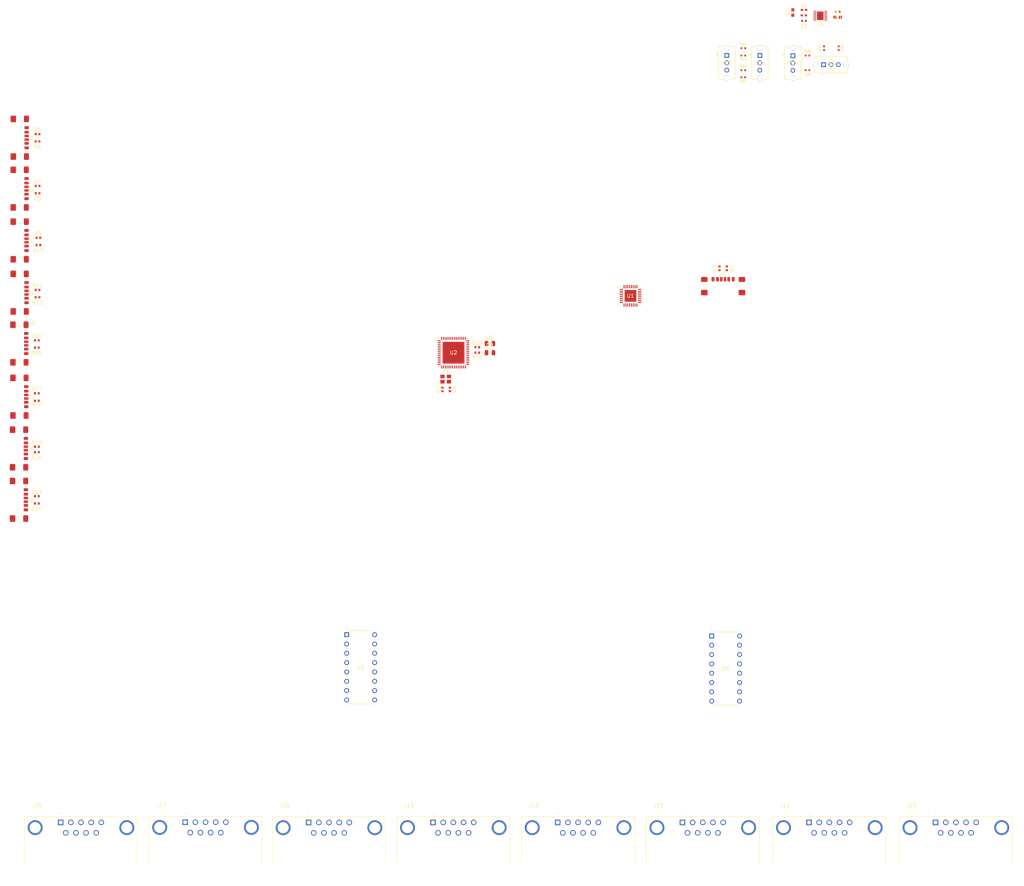
<source format=kicad_pcb>
(kicad_pcb (version 20240108) (generator "pcbnew") (generator_version "8.0")
  (layers (0 "F.Cu" signal) (31 "B.Cu" signal) (34 "B.Paste" user) (35 "F.Paste" user) (36 "B.SilkS" user "B.Silkscreen") (37 "F.SilkS" user "F.Silkscreen") (38 "B.Mask" user) (39 "F.Mask" user) (44 "Edge.Cuts" user))
  (net 0 "")
  (net 1 "DE9_0_GND")
  (net 2 "Net-(U4-BIAS)")
  (net 3 "Net-(U4-BYP)")
  (net 4 "V_BUS")
  (net 5 "+3V3")
  (net 6 "Net-(U4-FB)")
  (net 7 "/Input Connectors/uC Power?")
  (net 8 "Net-(U2-OSCI)")
  (net 9 "Net-(U2-OSCO)")
  (net 10 "Net-(D1-K)")
  (net 11 "Net-(D2-K)")
  (net 12 "Net-(J1-CC1)")
  (net 13 "Net-(J1-CC2)")
  (net 14 "Net-(J2-CC1)")
  (net 15 "Net-(J2-CC2)")
  (net 16 "Net-(J3-CC1)")
  (net 17 "Net-(J3-CC2)")
  (net 18 "Net-(J4-CC2)")
  (net 19 "Net-(J4-CC1)")
  (net 20 "Net-(J5-CC1)")
  (net 21 "Net-(J5-CC2)")
  (net 22 "Net-(J6-CC2)")
  (net 23 "Net-(J6-CC1)")
  (net 24 "Net-(J7-CC1)")
  (net 25 "Net-(J7-CC2)")
  (net 26 "Net-(J8-CC2)")
  (net 27 "Net-(J8-CC1)")
  (net 28 "Net-(J9-CC1)")
  (net 29 "Net-(J9-CC2)")
  (net 30 "Net-(U2-ACBUS4)")
  (net 31 "Net-(U2-ACBUS3)")
  (net 35 "DE9_0_RX")
  (net 37 "DE9_0_TX")
  (net 44 "DE9_1_RX")
  (net 45 "DE9_1_TX")
  (net 52 "DE9_2_RX")
  (net 53 "DE9_2_TX")
  (net 56 "DE9_3_RX")
  (net 62 "DE9_3_TX")
  (net 67 "DE9_4_TX")
  (net 70 "DE9_4_RX")
  (net 74 "DE9_5_TX")
  (net 78 "DE9_5_RX")
  (net 81 "DE9_6_TX")
  (net 83 "DE9_6_RX")
  (net 89 "DE9_7_TX")
  (net 92 "DE9_7_RX")
  (net 96 "Net-(R21-Pad2)")
  (net 97 "Net-(R22-Pad1)")
  (net 98 "Net-(R23-Pad1)")
  (net 99 "Net-(R24-Pad2)")
  (net 100 "Net-(R25-Pad1)")
  (net 101 "Net-(R26-Pad2)")
  (net 102 "Net-(R31-Pad1)")
  (net 103 "Net-(R32-Pad2)")
  (net 104 "C1")
  (net 105 "C2")
  (net 106 "C0")
  (net 107 "CH_EN")
  (net 108 "USB6_D_P")
  (net 109 "USB6_D_N")
  (net 110 "USB7_D_P")
  (net 111 "USB7_D_N")
  (net 112 "USB3_D_N")
  (net 113 "USB4_D_P")
  (net 114 "USB0_D_P")
  (net 115 "USB5_D_N")
  (net 116 "USB2_D_P")
  (net 117 "USB4_D_N")
  (net 118 "USB5_D_P")
  (net 119 "USB1_D_P")
  (net 120 "host_USB_D_P")
  (net 121 "USB3_D_P")
  (net 122 "USB1_D_N")
  (net 123 "USB2_D_N")
  (net 124 "host_USB_D_N")
  (net 125 "USB0_D_N")
  (net 126 "/Serial/VREGOUT")
  (net 127 "/Serial/RI")
  (net 129 "/Serial/RXD")
  (net 132 "/Serial/GPIO2")
  (net 136 "/Serial/RTS")
  (net 139 "/Serial/DCD")
  (net 143 "/Serial/CTS")
  (net 144 "/Serial/GPIO0")
  (net 148 "/Serial/GPIO1")
  (net 150 "/Serial/DSR")
  (net 155 "/Serial/DTR")
  (net 160 "/Serial/GPIO3")
  (net 161 "/Serial/TXD")
  (footprint "Resistor_SMD:R_0402_1005Metric" (layer "F.Cu") (at 301.5 180 90)
    (property "Reference" "R3" (at 0 -1.17 90) (layer "F.SilkS"))
    (property "Value" "5.1K" (hide yes))
    (pad "1" smd roundrect (at -0.51 0 90) (size 0.54 0.64) (layers "F.Cu" "F.Paste" "F.Mask") (net 12 "Net-(J1-CC1)"))
    (pad "2" smd roundrect (at 0.51 0 90) (size 0.54 0.64) (layers "F.Cu" "F.Paste" "F.Mask") (net 1 "DE9_0_GND"))
  )
  (footprint "Resistor_SMD:R_0402_1005Metric" (layer "F.Cu") (at 115.4075 242.135)
    (property "Reference" "R13" (at 0 -1.17 360) (layer "F.SilkS"))
    (property "Value" "5.1K" (hide yes))
    (pad "1" smd roundrect (at -0.51 0) (size 0.54 0.64) (layers "F.Cu" "F.Paste" "F.Mask") (net 28 "Net-(J9-CC1)"))
    (pad "2" smd roundrect (at 0.51 0) (size 0.54 0.64) (layers "F.Cu" "F.Paste" "F.Mask") (net 1 "DE9_0_GND"))
  )
  (footprint "all-footprints:RES_ERJ2RKF1002X" (layer "F.Cu") (at 330 119.95 90)
    (property "Reference" "R31" (at 0 -1.1564 90) (layer "F.SilkS") (effects (font (size 0.64 0.64))))
    (property "Value" "10K" (hide yes))
    (pad "1" smd rect (at -0.512 0 90) (size 0.475 0.5) (layers "F.Cu" "F.Paste" "F.Mask") (net 102 "Net-(R31-Pad1)"))
    (pad "2" smd rect (at 0.512 0 90) (size 0.475 0.5) (layers "F.Cu" "F.Paste" "F.Mask") (net 5 "+3V3"))
  )
  (footprint "all-footprints:RC0402N_PAN" (layer "F.Cu") (at 324.552799 109.5 180)
    (property "Reference" "R1" (at 0 1 0) (layer "F.SilkS"))
    (property "Value" "15K" (hide yes))
    (pad "1" smd rect (at -0.552799 0 180) (size 0.655599 0.499999) (layers "F.Cu" "F.Paste" "F.Mask") (net 6 "Net-(U4-FB)"))
    (pad "2" smd rect (at 0.552799 0 180) (size 0.655599 0.499999) (layers "F.Cu" "F.Paste" "F.Mask") (net 1 "DE9_0_GND"))
  )
  (footprint "Resistor_SMD:R_0402_1005Metric" (layer "F.Cu") (at 115.4075 199.635)
    (property "Reference" "R15" (at 0 -1.17 360) (layer "F.SilkS"))
    (property "Value" "5.1K" (hide yes))
    (pad "1" smd roundrect (at -0.51 0) (size 0.54 0.64) (layers "F.Cu" "F.Paste" "F.Mask") (net 23 "Net-(J6-CC1)"))
    (pad "2" smd roundrect (at 0.51 0) (size 0.54 0.64) (layers "F.Cu" "F.Paste" "F.Mask") (net 1 "DE9_0_GND"))
  )
  (footprint "Resistor_SMD:R_0402_1005Metric" (layer "F.Cu") (at 115.42 228.645)
    (property "Reference" "R19" (at 0 -1.17 360) (layer "F.SilkS"))
    (property "Value" "5.1K" (hide yes))
    (pad "1" smd roundrect (at -0.51 0) (size 0.54 0.64) (layers "F.Cu" "F.Paste" "F.Mask") (net 27 "Net-(J8-CC1)"))
    (pad "2" smd roundrect (at 0.51 0) (size 0.54 0.64) (layers "F.Cu" "F.Paste" "F.Mask") (net 1 "DE9_0_GND"))
  )
  (footprint "all-footprints:ASSMANN_A-DS_09_A_KG-T2S" (layer "F.Cu") (at 127.4515 332.545)
    (property "Reference" "J18" (at -12.095 -6.0675 0) (layer "F.SilkS"))
    (property "Value" "DE9_Plug_MountingHoles")
    (pad "1" thru_hole rect (at -5.54 -1.42) (size 1.508 1.508) (drill 1) (layers "*.Cu" "*.Mask"))
    (pad "2" thru_hole circle (at -2.77 -1.42) (size 1.508 1.508) (drill 1) (layers "*.Cu" "*.Mask") (net 92 "DE9_7_RX"))
    (pad "3" thru_hole circle (at 0 -1.42) (size 1.508 1.508) (drill 1) (layers "*.Cu" "*.Mask") (net 89 "DE9_7_TX"))
    (pad "4" thru_hole circle (at 2.77 -1.42) (size 1.508 1.508) (drill 1) (layers "*.Cu" "*.Mask"))
    (pad "5" thru_hole circle (at 5.54 -1.42) (size 1.508 1.508) (drill 1) (layers "*.Cu" "*.Mask") (net 1 "DE9_0_GND"))
    (pad "6" thru_hole circle (at -4.155 1.42) (size 1.508 1.508) (drill 1) (layers "*.Cu" "*.Mask"))
    (pad "7" thru_hole circle (at -1.385 1.42) (size 1.508 1.508) (drill 1) (layers "*.Cu" "*.Mask"))
    (pad "8" thru_hole circle (at 1.385 1.42) (size 1.508 1.508) (drill 1) (layers "*.Cu" "*.Mask"))
    (pad "9" thru_hole circle (at 4.155 1.42) (size 1.508 1.508) (drill 1) (layers "*.Cu" "*.Mask"))
    (pad "SH1" thru_hole circle (at -12.495 0) (size 4.066 4.066) (drill 3.05) (layers "*.Cu" "*.Mask"))
    (pad "SH2" thru_hole circle (at 12.495 0) (size 4.066 4.066) (drill 3.05) (layers "*.Cu" "*.Mask"))
  )
  (footprint "all-footprints:ASSMANN_A-DS_09_A_KG-T2S" (layer "F.Cu") (at 296.9515 332.545)
    (property "Reference" "J12" (at -12.095 -6.0675 0) (layer "F.SilkS"))
    (property "Value" "DE9_Plug_MountingHoles")
    (pad "1" thru_hole rect (at -5.54 -1.42) (size 1.508 1.508) (drill 1) (layers "*.Cu" "*.Mask"))
    (pad "2" thru_hole circle (at -2.77 -1.42) (size 1.508 1.508) (drill 1) (layers "*.Cu" "*.Mask") (net 52 "DE9_2_RX"))
    (pad "3" thru_hole circle (at 0 -1.42) (size 1.508 1.508) (drill 1) (layers "*.Cu" "*.Mask") (net 53 "DE9_2_TX"))
    (pad "4" thru_hole circle (at 2.77 -1.42) (size 1.508 1.508) (drill 1) (layers "*.Cu" "*.Mask"))
    (pad "5" thru_hole circle (at 5.54 -1.42) (size 1.508 1.508) (drill 1) (layers "*.Cu" "*.Mask") (net 1 "DE9_0_GND"))
    (pad "6" thru_hole circle (at -4.155 1.42) (size 1.508 1.508) (drill 1) (layers "*.Cu" "*.Mask"))
    (pad "7" thru_hole circle (at -1.385 1.42) (size 1.508 1.508) (drill 1) (layers "*.Cu" "*.Mask"))
    (pad "8" thru_hole circle (at 1.385 1.42) (size 1.508 1.508) (drill 1) (layers "*.Cu" "*.Mask"))
    (pad "9" thru_hole circle (at 4.155 1.42) (size 1.508 1.508) (drill 1) (layers "*.Cu" "*.Mask"))
    (pad "SH1" thru_hole circle (at -12.495 0) (size 4.066 4.066) (drill 3.05) (layers "*.Cu" "*.Mask"))
    (pad "SH2" thru_hole circle (at 12.495 0) (size 4.066 4.066) (drill 3.05) (layers "*.Cu" "*.Mask"))
  )
  (footprint "Resistor_SMD:R_0402_1005Metric" (layer "F.Cu") (at 115.4075 201.625)
    (property "Reference" "R16" (at 0 1.5 360) (layer "F.SilkS"))
    (property "Value" "5.1K" (hide yes))
    (pad "1" smd roundrect (at -0.51 0) (size 0.54 0.64) (layers "F.Cu" "F.Paste" "F.Mask") (net 22 "Net-(J6-CC2)"))
    (pad "2" smd roundrect (at 0.51 0) (size 0.54 0.64) (layers "F.Cu" "F.Paste" "F.Mask") (net 1 "DE9_0_GND"))
  )
  (footprint "Connector_USB:USB_C_Receptacle_GCT_USB4135-GF-A_6P_TopMnt_Horizontal" (layer "F.Cu") (at 109.5 215 -90)
    (property "Reference" "J7" (at 0 -4.5 -90) (layer "F.SilkS"))
    (property "Value" "USB_C_Receptacle" (hide yes))
    (pad "A5" smd roundrect (at -0.5 -3.0325 270) (size 0.7 1.2) (layers "F.Cu" "F.Paste" "F.Mask") (net 24 "Net-(J7-CC1)"))
    (pad "A9" smd roundrect (at 1.52 -3.0325 90) (size 0.76 1.2) (layers "F.Cu" "F.Paste" "F.Mask") (net 4 "V_BUS"))
    (pad "A12" smd roundrect (at 2.75 -3.0325 90) (size 0.8 1.2) (layers "F.Cu" "F.Paste" "F.Mask") (net 1 "DE9_0_GND"))
    (pad "B5" smd roundrect (at 0.5 -3.0325 90) (size 0.7 1.2) (layers "F.Cu" "F.Paste" "F.Mask") (net 25 "Net-(J7-CC2)"))
    (pad "B9" smd roundrect (at -1.52 -3.0325 270) (size 0.76 1.2) (layers "F.Cu" "F.Paste" "F.Mask") (net 4 "V_BUS"))
    (pad "B12" smd roundrect (at -2.75 -3.0325 270) (size 0.8 1.2) (layers "F.Cu" "F.Paste" "F.Mask") (net 1 "DE9_0_GND"))
    (pad "S1" smd roundrect (at -5.125 -2.9775 270) (size 1.8 1.35) (layers "F.Cu" "F.Paste" "F.Mask") (roundrect_rratio 0.1851851852) (net 1 "DE9_0_GND"))
    (pad "S1" smd roundrect (at -5.125 0.6025 270) (size 1.8 1.5) (layers "F.Cu" "F.Paste" "F.Mask") (roundrect_rratio 0.1666666667) (net 1 "DE9_0_GND"))
    (pad "S1" smd roundrect (at 5.125 -2.9775 270) (size 1.8 1.35) (layers "F.Cu" "F.Paste" "F.Mask") (roundrect_rratio 0.1851851852) (net 1 "DE9_0_GND"))
    (pad "S1" smd roundrect (at 5.125 0.6025 270) (size 1.8 1.5) (layers "F.Cu" "F.Paste" "F.Mask") (roundrect_rratio 0.1666666667) (net 1 "DE9_0_GND"))
  )
  (footprint "all-footprints:ASSMANN_A-DS_09_A_KG-T2S" (layer "F.Cu") (at 331.4515 332.545)
    (property "Reference" "J11" (at -12.095 -6.0675 0) (layer "F.SilkS"))
    (property "Value" "DE9_Plug_MountingHoles")
    (pad "1" thru_hole rect (at -5.54 -1.42) (size 1.508 1.508) (drill 1) (layers "*.Cu" "*.Mask"))
    (pad "2" thru_hole circle (at -2.77 -1.42) (size 1.508 1.508) (drill 1) (layers "*.Cu" "*.Mask") (net 44 "DE9_1_RX"))
    (pad "3" thru_hole circle (at 0 -1.42) (size 1.508 1.508) (drill 1) (layers "*.Cu" "*.Mask") (net 45 "DE9_1_TX"))
    (pad "4" thru_hole circle (at 2.77 -1.42) (size 1.508 1.508) (drill 1) (layers "*.Cu" "*.Mask"))
    (pad "5" thru_hole circle (at 5.54 -1.42) (size 1.508 1.508) (drill 1) (layers "*.Cu" "*.Mask") (net 1 "DE9_0_GND"))
    (pad "6" thru_hole circle (at -4.155 1.42) (size 1.508 1.508) (drill 1) (layers "*.Cu" "*.Mask"))
    (pad "7" thru_hole circle (at -1.385 1.42) (size 1.508 1.508) (drill 1) (layers "*.Cu" "*.Mask"))
    (pad "8" thru_hole circle (at 1.385 1.42) (size 1.508 1.508) (drill 1) (layers "*.Cu" "*.Mask"))
    (pad "9" thru_hole circle (at 4.155 1.42) (size 1.508 1.508) (drill 1) (layers "*.Cu" "*.Mask"))
    (pad "SH1" thru_hole circle (at -12.495 0) (size 4.066 4.066) (drill 3.05) (layers "*.Cu" "*.Mask"))
    (pad "SH2" thru_hole circle (at 12.495 0) (size 4.066 4.066) (drill 3.05) (layers "*.Cu" "*.Mask"))
  )
  (footprint "Resistor_SMD:R_0402_1005Metric" (layer "F.Cu") (at 235.49 203 180)
    (property "Reference" "R30" (at 0 -1.17 0) (layer "F.SilkS"))
    (property "Value" "220" (hide yes))
    (pad "1" smd roundrect (at -0.51 0 180) (size 0.54 0.64) (layers "F.Cu" "F.Paste" "F.Mask") (net 11 "Net-(D2-K)"))
    (pad "2" smd roundrect (at 0.51 0 180) (size 0.54 0.64) (layers "F.Cu" "F.Paste" "F.Mask") (net 31 "Net-(U2-ACBUS3)"))
  )
  (footprint "all-footprints:RES_ERJ2RKF1002X" (layer "F.Cu") (at 325.5 125.95 180)
    (property "Reference" "R26" (at 0 -1.1564 0) (layer "F.SilkS") (effects (font (size 0.64 0.64))))
    (property "Value" "10K" (hide yes))
    (pad "1" smd rect (at -0.512 0 180) (size 0.475 0.5) (layers "F.Cu" "F.Paste" "F.Mask") (net 1 "DE9_0_GND"))
    (pad "2" smd rect (at 0.512 0 180) (size 0.475 0.5) (layers "F.Cu" "F.Paste" "F.Mask") (net 101 "Net-(R26-Pad2)"))
  )
  (footprint "all-footprints:PDIP16_E16.3_REN" (layer "F.Cu") (at 299.38 280.26)
    (property "Reference" "U5" (at 3.81 8.89 0) (layer "F.SilkS"))
    (property "Value" "DG408DJZ")
    (fp_text user "*" (at 0 -1.4224 0) (layer "F.SilkS"))
    (fp_text user "*" (at 0 -1.4224 0) (layer "F.SilkS"))
    (pad "1" thru_hole rect (at 0 0) (size 1.3208 1.3208) (drill 0.8128) (layers "*.Cu" "*.Mask") (net 106 "C0"))
    (pad "2" thru_hole circle (at 0 2.54) (size 1.3208 1.3208) (drill 0.8128) (layers "*.Cu" "*.Mask") (net 107 "CH_EN"))
    (pad "3" thru_hole circle (at 0 5.08) (size 1.3208 1.3208) (drill 0.8128) (layers "*.Cu" "*.Mask") (net 1 "DE9_0_GND"))
    (pad "4" thru_hole circle (at 0 7.62) (size 1.3208 1.3208) (drill 0.8128) (layers "*.Cu" "*.Mask") (net 35 "DE9_0_RX"))
    (pad "5" thru_hole circle (at 0 10.16) (size 1.3208 1.3208) (drill 0.8128) (layers "*.Cu" "*.Mask") (net 44 "DE9_1_RX"))
    (pad "6" thru_hole circle (at 0 12.7) (size 1.3208 1.3208) (drill 0.8128) (layers "*.Cu" "*.Mask") (net 52 "DE9_2_RX"))
    (pad "7" thru_hole circle (at 0 15.24) (size 1.3208 1.3208) (drill 0.8128) (layers "*.Cu" "*.Mask") (net 56 "DE9_3_RX"))
    (pad "8" thru_hole circle (at 0 17.78) (size 1.3208 1.3208) (drill 0.8128) (layers "*.Cu" "*.Mask") (net 129 "/Serial/RXD"))
    (pad "9" thru_hole circle (at 7.62 17.78) (size 1.3208 1.3208) (drill 0.8128) (layers "*.Cu" "*.Mask") (net 92 "DE9_7_RX"))
    (pad "10" thru_hole circle (at 7.62 15.24) (size 1.3208 1.3208) (drill 0.8128) (layers "*.Cu" "*.Mask") (net 83 "DE9_6_RX"))
    (pad "11" thru_hole circle (at 7.62 12.7) (size 1.3208 1.3208) (drill 0.8128) (layers "*.Cu" "*.Mask") (net 78 "DE9_5_RX"))
    (pad "12" thru_hole circle (at 7.62 10.16) (size 1.3208 1.3208) (drill 0.8128) (layers "*.Cu" "*.Mask") (net 70 "DE9_4_RX"))
    (pad "13" thru_hole circle (at 7.62 7.62) (size 1.3208 1.3208) (drill 0.8128) (layers "*.Cu" "*.Mask") (net 4 "V_BUS"))
    (pad "14" thru_hole circle (at 7.62 5.08) (size 1.3208 1.3208) (drill 0.8128) (layers "*.Cu" "*.Mask") (net 1 "DE9_0_GND"))
    (pad "15" thru_hole circle (at 7.62 2.54) (size 1.3208 1.3208) (drill 0.8128) (layers "*.Cu" "*.Mask") (net 105 "C2"))
    (pad "16" thru_hole circle (at 7.62 0) (size 1.3208 1.3208) (drill 0.8128) (layers "*.Cu" "*.Mask") (net 104 "C1"))
  )
  (footprint "Connector_USB:USB_C_Receptacle_GCT_USB4135-GF-A_6P_TopMnt_Horizontal" (layer "F.Cu") (at 109.57 172.395 -90)
    (property "Reference" "J4" (at 0 -4.5 -90) (layer "F.SilkS"))
    (property "Value" "USB_C_Receptacle" (hide yes))
    (pad "A5" smd roundrect (at -0.5 -3.0325 270) (size 0.7 1.2) (layers "F.Cu" "F.Paste" "F.Mask") (net 19 "Net-(J4-CC1)"))
    (pad "A9" smd roundrect (at 1.52 -3.0325 90) (size 0.76 1.2) (layers "F.Cu" "F.Paste" "F.Mask") (net 4 "V_BUS"))
    (pad "A12" smd roundrect (at 2.75 -3.0325 90) (size 0.8 1.2) (layers "F.Cu" "F.Paste" "F.Mask") (net 1 "DE9_0_GND"))
    (pad "B5" smd roundrect (at 0.5 -3.0325 90) (size 0.7 1.2) (layers "F.Cu" "F.Paste" "F.Mask") (net 18 "Net-(J4-CC2)"))
    (pad "B9" smd roundrect (at -1.52 -3.0325 270) (size 0.76 1.2) (layers "F.Cu" "F.Paste" "F.Mask") (net 4 "V_BUS"))
    (pad "B12" smd roundrect (at -2.75 -3.0325 270) (size 0.8 1.2) (layers "F.Cu" "F.Paste" "F.Mask") (net 1 "DE9_0_GND"))
    (pad "S1" smd roundrect (at -5.125 -2.9775 270) (size 1.8 1.35) (layers "F.Cu" "F.Paste" "F.Mask") (roundrect_rratio 0.1851851852) (net 1 "DE9_0_GND"))
    (pad "S1" smd roundrect (at -5.125 0.6025 270) (size 1.8 1.5) (layers "F.Cu" "F.Paste" "F.Mask") (roundrect_rratio 0.1666666667) (net 1 "DE9_0_GND"))
    (pad "S1" smd roundrect (at 5.125 -2.9775 270) (size 1.8 1.35) (layers "F.Cu" "F.Paste" "F.Mask") (roundrect_rratio 0.1851851852) (net 1 "DE9_0_GND"))
    (pad "S1" smd roundrect (at 5.125 0.6025 270) (size 1.8 1.5) (layers "F.Cu" "F.Paste" "F.Mask") (roundrect_rratio 0.1666666667) (net 1 "DE9_0_GND"))
  )
  (footprint "Resistor_SMD:R_0402_1005Metric" (layer "F.Cu") (at 115.6025 143.375)
    (property "Reference" "R5" (at 0 -1.17 360) (layer "F.SilkS"))
    (property "Value" "5.1K" (hide yes))
    (pad "1" smd roundrect (at -0.51 0) (size 0.54 0.64) (layers "F.Cu" "F.Paste" "F.Mask") (net 14 "Net-(J2-CC1)"))
    (pad "2" smd roundrect (at 0.51 0) (size 0.54 0.64) (layers "F.Cu" "F.Paste" "F.Mask") (net 1 "DE9_0_GND"))
  )
  (footprint "all-footprints:RES_ERJ2RKF1002X" (layer "F.Cu") (at 307.988 121.95)
    (property "Reference" "R23" (at 0.012 1 0) (layer "F.SilkS") (effects (font (size 0.64 0.64))))
    (property "Value" "10K" (hide yes))
    (pad "1" smd rect (at -0.512 0) (size 0.475 0.5) (layers "F.Cu" "F.Paste" "F.Mask") (net 98 "Net-(R23-Pad1)"))
    (pad "2" smd rect (at 0.512 0) (size 0.475 0.5) (layers "F.Cu" "F.Paste" "F.Mask") (net 5 "+3V3"))
  )
  (footprint "all-footprints:SPDT_OS102011_CNK" (layer "F.Cu") (at 321.5 122.000001)
    (property "Reference" "SW0" (at 0 2 0) (layer "F.SilkS"))
    (property "Value" "OS102011MS2QN1" (hide yes))
    (fp_text user "*" (at -2.6543 0 0) (layer "F.SilkS"))
    (fp_text user "*" (at -2.6543 0 0) (layer "F.SilkS"))
    (pad "1" thru_hole rect (at 0 0) (size 1.2954 1.2954) (drill 0.7874) (layers "*.Cu" "*.Mask") (net 100 "Net-(R25-Pad1)"))
    (pad "2" thru_hole circle (at 0 2) (size 1.2954 1.2954) (drill 0.7874) (layers "*.Cu" "*.Mask") (net 106 "C0"))
    (pad "3" thru_hole circle (at 0 4.000001) (size 1.2954 1.2954) (drill 0.7874) (layers "*.Cu" "*.Mask") (net 101 "Net-(R26-Pad2)"))
    (pad "4" thru_hole circle (at 0 -2.100001 90) (size 1.4986 1.4986) (drill 1.4986) (layers "*.Cu" "*.Mask"))
    (pad "5" thru_hole circle (at 0 6.1 90) (size 1.4986 1.4986) (drill 1.4986) (layers "*.Cu" "*.Mask"))
  )
  (footprint "Resistor_SMD:R_0402_1005Metric" (layer "F.Cu") (at 115.4075 244.125)
    (property "Reference" "R14" (at -0.01 1.51 360) (layer "F.SilkS"))
    (property "Value" "5.1K" (hide yes))
    (pad "1" smd roundrect (at -0.51 0) (size 0.54 0.64) (layers "F.Cu" "F.Paste" "F.Mask") (net 29 "Net-(J9-CC2)"))
    (pad "2" smd roundrect (at 0.51 0) (size 0.54 0.64) (layers "F.Cu" "F.Paste" "F.Mask") (net 1 "DE9_0_GND"))
  )
  (footprint "all-footprints:RES_ERJ2RKF1002X" (layer "F.Cu") (at 307.9889 127.882098)
    (property "Reference" "R21" (at 0.0111 1 0) (layer "F.SilkS") (effects (font (size 0.64 0.64))))
    (property "Value" "10K" (hide yes))
    (pad "1" smd rect (at -0.512 0) (size 0.475 0.5) (layers "F.Cu" "F.Paste" "F.Mask") (net 1 "DE9_0_GND"))
    (pad "2" smd rect (at 0.512 0) (size 0.475 0.5) (layers "F.Cu" "F.Paste" "F.Mask") (net 96 "Net-(R21-Pad2)"))
  )
  (footprint "LED_SMD:LED_0805_2012Metric" (layer "F.Cu") (at 238.9375 203)
    (property "Reference" "D2" (at -0.0625 -2 0) (layer "F.SilkS"))
    (property "Value" "RXLED" (hide yes))
    (pad "1" smd roundrect (at -0.9375 0) (size 0.975 1.4) (layers "F.Cu" "F.Paste" "F.Mask") (net 11 "Net-(D2-K)"))
    (pad "2" smd roundrect (at 0.9375 0) (size 0.975 1.4) (layers "F.Cu" "F.Paste" "F.Mask") (net 5 "+3V3"))
  )
  (footprint "Capacitor_SMD:C_0402_1005Metric" (layer "F.Cu") (at 228 213.02 -90)
    (property "Reference" "C6" (at 0 -1.16 90) (layer "F.SilkS"))
    (property "Value" "18pF" (hide yes))
    (pad "1" smd roundrect (at -0.48 0 270) (size 0.56 0.62) (layers "F.Cu" "F.Paste" "F.Mask") (net 9 "Net-(U2-OSCO)"))
    (pad "2" smd roundrect (at 0.48 0 270) (size 0.56 0.62) (layers "F.Cu" "F.Paste" "F.Mask") (net 1 "DE9_0_GND"))
  )
  (footprint "all-footprints:RES_ERJ2RKF1002X" (layer "F.Cu") (at 308 125.95 180)
    (property "Reference" "R24" (at 0 1.067902 0) (layer "F.SilkS") (effects (font (size 0.64 0.64))))
    (property "Value" "10K" (hide yes))
    (pad "1" smd rect (at -0.512 0 180) (size 0.475 0.5) (layers "F.Cu" "F.Paste" "F.Mask") (net 1 "DE9_0_GND"))
    (pad "2" smd rect (at 0.512 0 180) (size 0.475 0.5) (layers "F.Cu" "F.Paste" "F.Mask") (net 99 "Net-(R24-Pad2)"))
  )
  (footprint "Connector_USB:USB_C_Receptacle_GCT_USB4135-GF-A_6P_TopMnt_Horizontal" (layer "F.Cu") (at 109.3975 243.125 -90)
    (property "Reference" "J9" (at 0 -4.5 -90) (layer "F.SilkS"))
    (property "Value" "USB_C_Receptacle" (hide yes))
    (pad "A5" smd roundrect (at -0.5 -3.0325 270) (size 0.7 1.2) (layers "F.Cu" "F.Paste" "F.Mask") (net 28 "Net-(J9-CC1)"))
    (pad "A9" smd roundrect (at 1.52 -3.0325 90) (size 0.76 1.2) (layers "F.Cu" "F.Paste" "F.Mask") (net 4 "V_BUS"))
    (pad "A12" smd roundrect (at 2.75 -3.0325 90) (size 0.8 1.2) (layers "F.Cu" "F.Paste" "F.Mask") (net 1 "DE9_0_GND"))
    (pad "B5" smd roundrect (at 0.5 -3.0325 90) (size 0.7 1.2) (layers "F.Cu" "F.Paste" "F.Mask") (net 29 "Net-(J9-CC2)"))
    (pad "B9" smd roundrect (at -1.52 -3.0325 270) (size 0.76 1.2) (layers "F.Cu" "F.Paste" "F.Mask") (net 4 "V_BUS"))
    (pad "B12" smd roundrect (at -2.75 -3.0325 270) (size 0.8 1.2) (layers "F.Cu" "F.Paste" "F.Mask") (net 1 "DE9_0_GND"))
    (pad "S1" smd roundrect (at -5.125 -2.9775 270) (size 1.8 1.35) (layers "F.Cu" "F.Paste" "F.Mask") (roundrect_rratio 0.1851851852) (net 1 "DE9_0_GND"))
    (pad "S1" smd roundrect (at -5.125 0.6025 270) (size 1.8 1.5) (layers "F.Cu" "F.Paste" "F.Mask") (roundrect_rratio 0.1666666667) (net 1 "DE9_0_GND"))
    (pad "S1" smd roundrect (at 5.125 -2.9775 270) (size 1.8 1.35) (layers "F.Cu" "F.Paste" "F.Mask") (roundrect_rratio 0.1851851852) (net 1 "DE9_0_GND"))
    (pad "S1" smd roundrect (at 5.125 0.6025 270) (size 1.8 1.5) (layers "F.Cu" "F.Paste" "F.Mask") (roundrect_rratio 0.1666666667) (net 1 "DE9_0_GND"))
  )
  (footprint "all-footprints:ASSMANN_A-DS_09_A_KG-T2S" (layer "F.Cu") (at 195.05325 332.5625)
    (property "Reference" "J16" (at -12.095 -6.0675 0) (layer "F.SilkS"))
    (property "Value" "DE9_Plug_MountingHoles")
    (pad "1" thru_hole rect (at -5.54 -1.42) (size 1.508 1.508) (drill 1) (layers "*.Cu" "*.Mask"))
    (pad "2" thru_hole circle (at -2.77 -1.42) (size 1.508 1.508) (drill 1) (layers "*.Cu" "*.Mask") (net 78 "DE9_5_RX"))
    (pad "3" thru_hole circle (at 0 -1.42) (size 1.508 1.508) (drill 1) (layers "*.Cu" "*.Mask") (net 74 "DE9_5_TX"))
    (pad "4" thru_hole circle (at 2.77 -1.42) (size 1.508 1.508) (drill 1) (layers "*.Cu" "*.Mask"))
    (pad "5" thru_hole circle (at 5.54 -1.42) (size 1.508 1.508) (drill 1) (layers "*.Cu" "*.Mask") (net 1 "DE9_0_GND"))
    (pad "6" thru_hole circle (at -4.155 1.42) (size 1.508 1.508) (drill 1) (layers "*.Cu" "*.Mask"))
    (pad "7" thru_hole circle (at -1.385 1.42) (size 1.508 1.508) (drill 1) (layers "*.Cu" "*.Mask"))
    (pad "8" thru_hole circle (at 1.385 1.42) (size 1.508 1.508) (drill 1) (layers "*.Cu" "*.Mask"))
    (pad "9" thru_hole circle (at 4.155 1.42) (size 1.508 1.508) (drill 1) (layers "*.Cu" "*.Mask"))
    (pad "SH1" thru_hole circle (at -12.495 0) (size 4.066 4.066) (drill 3.05) (layers "*.Cu" "*.Mask"))
    (pad "SH2" thru_hole circle (at 12.495 0) (size 4.066 4.066) (drill 3.05) (layers "*.Cu" "*.Mask"))
  )
  (footprint "all-footprints:G-188_MUR" (layer "F.Cu") (at 321.5 110.2239 -90)
    (property "Reference" "C1" (at 0 1.5 -90) (layer "F.SilkS"))
    (property "Value" "22uF" (hide yes))
    (pad "1" smd rect (at -0.7239 0 270) (size 0.8636 0.8128) (layers "F.Cu" "F.Paste" "F.Mask") (net 1 "DE9_0_GND"))
    (pad "2" smd rect (at 0.7239 0 270) (size 0.8636 0.8128) (layers "F.Cu" "F.Paste" "F.Mask") (net 5 "+3V3"))
  )
  (footprint "all-footprints:SPDT_OS102011_CNK" (layer "F.Cu") (at 329.9 124.45 90)
    (property "Reference" "SW5" (at 0 2 90) (layer "F.SilkS"))
    (property "Value" "OS102011MS2QN1" (hide yes))
    (fp_text user "*" (at -2.6543 0 90) (layer "F.SilkS"))
    (fp_text user "*" (at -2.6543 0 90) (layer "F.SilkS"))
    (pad "1" thru_hole rect (at 0 0 90) (size 1.2954 1.2954) (drill 0.7874) (layers "*.Cu" "*.Mask") (net 102 "Net-(R31-Pad1)"))
    (pad "2" thru_hole circle (at 0 2 90) (size 1.2954 1.2954) (drill 0.7874) (layers "*.Cu" "*.Mask") (net 107 "CH_EN"))
    (pad "3" thru_hole circle (at 0 4.000001 90) (size 1.2954 1.2954) (drill 0.7874) (layers "*.Cu" "*.Mask") (net 103 "Net-(R32-Pad2)"))
    (pad "4" thru_hole circle (at 0 -2.100001 180) (size 1.4986 1.4986) (drill 1.4986) (layers "*.Cu" "*.Mask"))
    (pad "5" thru_hole circle (at 0 6.1 180) (size 1.4986 1.4986) (drill 1.4986) (layers "*.Cu" "*.Mask"))
  )
  (footprint "Capacitor_SMD:C_0402_1005Metric" (layer "F.Cu") (at 226 213.02 -90)
    (property "Reference" "C5" (at 0 1 90) (layer "F.SilkS"))
    (property "Value" "18pF" (hide yes))
    (pad "1" smd roundrect (at -0.48 0 270) (size 0.56 0.62) (layers "F.Cu" "F.Paste" "F.Mask") (net 8 "Net-(U2-OSCI)"))
    (pad "2" smd roundrect (at 0.48 0 270) (size 0.56 0.62) (layers "F.Cu" "F.Paste" "F.Mask") (net 1 "DE9_0_GND"))
  )
  (footprint "all-footprints:21-0140_T3255&plus_4_MXM-M" (layer "F.Cu") (at 277.25 187.4981)
    (property "Reference" "U1" (at 0 0 0) (layer "F.SilkS"))
    (property "Value" "max4999etj+")
    (fp_text user "*" (at -3.5941 -2 0) (layer "F.SilkS"))
    (fp_text user "*" (at -3.5941 -2 0) (layer "F.SilkS"))
    (pad "1" smd rect (at -2.5019 -1.749999 90) (size 0.254 0.9144) (layers "F.Cu" "F.Paste" "F.Mask") (net 1 "DE9_0_GND"))
    (pad "2" smd rect (at -2.5019 -1.25 90) (size 0.254 0.9144) (layers "F.Cu" "F.Paste" "F.Mask") (net 5 "+3V3"))
    (pad "3" smd rect (at -2.5019 -0.750001 90) (size 0.254 0.9144) (layers "F.Cu" "F.Paste" "F.Mask") (net 107 "CH_EN"))
    (pad "4" smd rect (at -2.5019 -0.25 90) (size 0.254 0.9144) (layers "F.Cu" "F.Paste" "F.Mask") (net 124 "host_USB_D_N"))
    (pad "5" smd rect (at -2.5019 0.25 90) (size 0.254 0.9144) (layers "F.Cu" "F.Paste" "F.Mask") (net 120 "host_USB_D_P"))
    (pad "6" smd rect (at -2.5019 0.750001 90) (size 0.254 0.9144) (layers "F.Cu" "F.Paste" "F.Mask") (net 106 "C0"))
    (pad "7" smd rect (at -2.5019 1.25 90) (size 0.254 0.9144) (layers "F.Cu" "F.Paste" "F.Mask") (net 104 "C1"))
    (pad "8" smd rect (at -2.5019 1.749999 90) (size 0.254 0.9144) (layers "F.Cu" "F.Paste" "F.Mask") (net 105 "C2"))
    (pad "9" smd rect (at -1.749999 2.5019) (size 0.254 0.9144) (layers "F.Cu" "F.Paste" "F.Mask") (net 125 "USB0_D_N"))
    (pad "10" smd rect (at -1.25 2.5019) (size 0.254 0.9144) (layers "F.Cu" "F.Paste" "F.Mask") (net 114 "USB0_D_P"))
    (pad "11" smd rect (at -0.750001 2.5019) (size 0.254 0.9144) (layers "F.Cu" "F.Paste" "F.Mask") (net 1 "DE9_0_GND"))
    (pad "12" smd rect (at -0.25 2.5019) (size 0.254 0.9144) (layers "F.Cu" "F.Paste" "F.Mask") (net 122 "USB1_D_N"))
    (pad "13" smd rect (at 0.25 2.5019) (size 0.254 0.9144) (layers "F.Cu" "F.Paste" "F.Mask") (net 119 "USB1_D_P"))
    (pad "14" smd rect (at 0.750001 2.5019) (size 0.254 0.9144) (layers "F.Cu" "F.Paste" "F.Mask") (net 1 "DE9_0_GND"))
    (pad "15" smd rect (at 1.25 2.5019) (size 0.254 0.9144) (layers "F.Cu" "F.Paste" "F.Mask") (net 123 "USB2_D_N"))
    (pad "16" smd rect (at 1.749999 2.5019) (size 0.254 0.9144) (layers "F.Cu" "F.Paste" "F.Mask") (net 116 "USB2_D_P"))
    (pad "17" smd rect (at 2.5019 1.749999 90) (size 0.254 0.9144) (layers "F.Cu" "F.Paste" "F.Mask") (net 1 "DE9_0_GND"))
    (pad "18" smd rect (at 2.5019 1.25 90) (size 0.254 0.9144) (layers "F.Cu" "F.Paste" "F.Mask") (net 121 "USB3_D_P"))
    (pad "19" smd rect (at 2.5019 0.750001 90) (size 0.254 0.9144) (layers "F.Cu" "F.Paste" "F.Mask") (net 112 "USB3_D_N"))
    (pad "20" smd rect (at 2.5019 0.25 90) (size 0.254 0.9144) (layers "F.Cu" "F.Paste" "F.Mask") (net 5 "+3V3"))
    (pad "21" smd rect (at 2.5019 -0.25 90) (size 0.254 0.9144) (layers "F.Cu" "F.Paste" "F.Mask") (net 1 "DE9_0_GND"))
    (pad "22" smd rect (at 2.5019 -0.750001 90) (size 0.254 0.9144) (layers "F.Cu" "F.Paste" "F.Mask") (net 113 "USB4_D_P"))
    (pad "23" smd rect (at 2.5019 -1.25 90) (size 0.254 0.9144) (layers "F.Cu" "F.Paste" "F.Mask") (net 117 "USB4_D_N"))
    (pad "24" smd rect (at 2.5019 -1.749999 90) (size 0.254 0.9144) (layers "F.Cu" "F.Paste" "F.Mask") (net 1 "DE9_0_GND"))
    (pad "25" smd rect (at 1.749999 -2.5019) (size 0.254 0.9144) (layers "F.Cu" "F.Paste" "F.Mask") (net 118 "USB5_D_P"))
    (pad "26" smd rect (at 1.25 -2.5019) (size 0.254 0.9144) (layers "F.Cu" "F.Paste" "F.Mask") (net 115 "USB5_D_N"))
    (pad "27" smd rect (at 0.750001 -2.5019) (size 0.254 0.9144) (layers "F.Cu" "F.Paste" "F.Mask") (net 1 "DE9_0_GND"))
    (pad "28" smd rect (at 0.25 -2.5019) (size 0.254 0.9144) (layers "F.Cu" "F.Paste" "F.Mask") (net 108 "USB6_D_P"))
    (pad "29" smd rect (at -0.25 -2.5019) (size 0.254 0.9144) (layers "F.Cu" "F.Paste" "F.Mask") (net 109 "USB6_D_N"))
    (pad "30" smd rect (at -0.750001 -2.5019) (size 0.254 0.9144) (layers "F.Cu" "F.Paste" "F.Mask") (net 1 "DE9_0_GND"))
    (pad "31" smd rect (at -1.25 -2.5019) (size 0.254 0.9144) (layers "F.Cu" "F.Paste" "F.Mask") (net 110 "USB7_D_P"))
    (pad "32" smd rect (at -1.749999 -2.5019) (size 0.254 0.9144) (layers "F.Cu" "F.Paste" "F.Mask") (net 111 "USB7_D_N"))
    (pad "33" smd rect (at 0 0) (size 3.2004 3.2004) (layers "F.Cu" "F.Paste" "F.Mask") (net 1 "DE9_0_GND"))
  )
  (footprint "all-footprints:SPDT_OS102011_CNK" (layer "F.Cu") (at 312.5 121.949999)
    (property "Reference" "SW1" (at 0 2 0) (layer "F.SilkS"))
    (property "Value" "OS102011MS2QN1" (hide yes))
    (fp_text user "*" (at -2.6543 0 0) (layer "F.SilkS"))
    (fp_text user "*" (at -2.6543 0 0) (layer "F.SilkS"))
    (pad "1" thru_hole rect (at 0 0) (size 1.2954 1.2954) (drill 0.7874) (layers "*.Cu" "*.Mask") (net 97 "Net-(R22-Pad1)"))
    (pad "2" thru_hole circle (at 0 2) (size 1.2954 1.2954) (drill 0.7874) (layers "*.Cu" "*.Mask") (net 104 "C1"))
    (pad "3" thru_hole circle (at 0 4.000001) (size 1.2954 1.2954) (drill 0.7874) (layers "*.Cu" "*.Mask") (net 96 "Net-(R21-Pad2)"))
    (pad "4" thru_hole circle (at 0 -2.100001 90) (size 1.4986 1.4986) (drill 1.4986) (layers "*.Cu" "*.Mask"))
    (pad "5" thru_hole circle (at 0 6.1 90) (size 1.4986 1.4986) (drill 1.4986) (layers "*.Cu" "*.Mask"))
  )
  (footprint "Resistor_SMD:R_0402_1005Metric" (layer "F.Cu") (at 115.6125 159.5)
    (property "Reference" "R8" (at 0 1.5 360) (layer "F.SilkS"))
    (property "Value" "5.1K" (hide yes))
    (pad "1" smd roundrect (at -0.51 0) (size 0.54 0.64) (layers "F.Cu" "F.Paste" "F.Mask") (net 17 "Net-(J3-CC2)"))
    (pad "2" smd roundrect (at 0.51 0) (size 0.54 0.64) (layers "F.Cu" "F.Paste" "F.Mask") (net 1 "DE9_0_GND"))
  )
  (footprint "all-footprints:RES_ERJ2RKF1002X" (layer "F.Cu") (at 334 119.95 -90)
    (property "Reference" "R32" (at 0 -1 90) (layer "F.SilkS") (effects (font (size 0.64 0.64))))
    (property "Value" "10K" (hide yes))
    (pad "1" smd rect (at -0.512 0 270) (size 0.475 0.5) (layers "F.Cu" "F.Paste" "F.Mask") (net 1 "DE9_0_GND"))
    (pad "2" smd rect (at 0.512 0 270) (size 0.475 0.5) (layers "F.Cu" "F.Paste" "F.Mask") (net 103 "Net-(R32-Pad2)"))
  )
  (footprint "Resistor_SMD:R_0402_1005Metric" (layer "F.Cu") (at 115.4075 214.0825)
    (property "Reference" "R17" (at 0 -1.17 360) (layer "F.SilkS"))
    (property "Value" "5.1K" (hide yes))
    (pad "1" smd roundrect (at -0.51 0) (size 0.54 0.64) (layers "F.Cu" "F.Paste" "F.Mask") (net 24 "Net-(J7-CC1)"))
    (pad "2" smd roundrect (at 0.51 0) (size 0.54 0.64) (layers "F.Cu" "F.Paste" "F.Mask") (net 1 "DE9_0_GND"))
  )
  (footprint "Package_DFN_QFN:TDFN-14-1EP_3x3mm_P0.4mm_EP1.78x2.35mm" (layer "F.Cu") (at 328.9875 111.1 180)
    (property "Reference" "U4" (at 0 -2.45 0) (layer "F.SilkS"))
    (property "Value" "MAX38908xTD")
    (pad "1" smd roundrect (at -1.4875 -1.2 180) (size 0.775 0.2) (layers "F.Cu" "F.Paste" "F.Mask") (net 4 "V_BUS"))
    (pad "2" smd roundrect (at -1.4875 -0.8 180) (size 0.775 0.2) (layers "F.Cu" "F.Paste" "F.Mask") (net 4 "V_BUS"))
    (pad "3" smd roundrect (at -1.4875 -0.4 180) (size 0.775 0.2) (layers "F.Cu" "F.Paste" "F.Mask") (net 4 "V_BUS"))
    (pad "4" smd roundrect (at -1.4875 0 180) (size 0.775 0.2) (layers "F.Cu" "F.Paste" "F.Mask") (net 4 "V_BUS"))
    (pad "5" smd roundrect (at -1.4875 0.4 180) (size 0.775 0.2) (layers "F.Cu" "F.Paste" "F.Mask") (net 2 "Net-(U4-BIAS)"))
    (pad "6" smd roundrect (at -1.4875 0.8 180) (size 0.775 0.2) (layers "F.Cu" "F.Paste" "F.Mask") (net 2 "Net-(U4-BIAS)"))
    (pad "7" smd roundrect (at -1.4875 1.2 180) (size 0.775 0.2) (layers "F.Cu" "F.Paste" "F.Mask") (net 1 "DE9_0_GND"))
    (pad "8" smd roundrect (at 1.4875 1.2 180) (size 0.775 0.2) (layers "F.Cu" "F.Paste" "F.Mask") (net 7 "/Input Connectors/uC Power?"))
    (pad "9" smd roundrect (at 1.4875 0.8 180) (size 0.775 0.2) (layers "F.Cu" "F.Paste" "F.Mask") (net 6 "Net-(U4-FB)"))
    (pad "10" smd roundrect (at 1.4875 0.4 180) (size 0.775 0.2) (layers "F.Cu" "F.Paste" "F.Mask") (net 3 "Net-(U4-BYP)"))
    (pad "11" smd roundrect (at 1.4875 0 180) (size 0.775 0.2) (layers "F.Cu" "F.Paste" "F.Mask") (net 5 "+3V3"))
    (pad "12" smd roundrect (at 1.4875 -0.4 180) (size 0.775 0.2) (layers "F.Cu" "F.Paste" "F.Mask") (net 5 "+3V3"))
    (pad "13" smd roundrect (at 1.4875 -0.8 180) (size 0.775 0.2) (layers "F.Cu" "F.Paste" "F.Mask") (net 5 "+3V3"))
    (pad "14" smd roundrect (at 1.4875 -1.2 180) (size 0.775 0.2) (layers "F.Cu" "F.Paste" "F.Mask") (net 5 "+3V3"))
    (pad "15" smd rect (at 0 0 180) (size 1.78 2.35) (property pad_prop_heatsink) (layers "F.Cu" "F.Mask") (net 1 "DE9_0_GND"))
  )
  (footprint "Connector_USB:USB_C_Receptacle_GCT_USB4135-GF-A_6P_TopMnt_Horizontal" (layer "F.Cu") (at 109.3975 229.125 -90)
    (property "Reference" "J8" (at 0 -4.5 -90) (layer "F.SilkS"))
    (property "Value" "USB_C_Receptacle" (hide yes))
    (pad "A5" smd roundrect (at -0.5 -3.0325 270) (size 0.7 1.2) (layers "F.Cu" "F.Paste" "F.Mask") (net 27 "Net-(J8-CC1)"))
    (pad "A9" smd roundrect (at 1.52 -3.0325 90) (size 0.76 1.2) (layers "F.Cu" "F.Paste" "F.Mask") (net 4 "V_BUS"))
    (pad "A12" smd roundrect (at 2.75 -3.0325 90) (size 0.8 1.2) (layers "F.Cu" "F.Paste" "F.Mask") (net 1 "DE9_0_GND"))
    (pad "B5" smd roundrect (at 0.5 -3.0325 90) (size 0.7 1.2) (layers "F.Cu" "F.Paste" "F.Mask") (net 26 "Net-(J8-CC2)"))
    (pad "B9" smd roundrect (at -1.52 -3.0325 270) (size 0.76 1.2) (layers "F.Cu" "F.Paste" "F.Mask") (net 4 "V_BUS"))
    (pad "B12" smd roundrect (at -2.75 -3.0325 270) (size 0.8 1.2) (layers "F.Cu" "F.Paste" "F.Mask") (net 1 "DE9_0_GND"))
    (pad "S1" smd roundrect (at -5.125 -2.9775 270) (size 1.8 1.35) (layers "F.Cu" "F.Paste" "F.Mask") (roundrect_rratio 0.1851851852) (net 1 "DE9_0_GND"))
    (pad "S1" smd roundrect (at -5.125 0.6025 270) (size 1.8 1.5) (layers "F.Cu" "F.Paste" "F.Mask") (roundrect_rratio 0.1666666667) (net 1 "DE9_0_GND"))
    (pad "S1" smd roundrect (at 5.125 -2.9775 270) (size 1.8 1.35) (layers "F.Cu" "F.Paste" "F.Mask") (roundrect_rratio 0.1851851852) (net 1 "DE9_0_GND"))
    (pad "S1" smd roundrect (at 5.125 0.6025 270) (size 1.8 1.5) (layers "F.Cu" "F.Paste" "F.Mask") (roundrect_rratio 0.1666666667) (net 1 "DE9_0_GND"))
  )
  (footprint "Connector_USB:USB_C_Receptacle_GCT_USB4135-GF-A_6P_TopMnt_Horizontal" (layer "F.Cu") (at 109.57 158.25 -90)
    (property "Reference" "J3" (at 0 -4.5 -90) (layer "F.SilkS"))
    (property "Value" "USB_C_Receptacle" (hide yes))
    (pad "A5" smd roundrect (at -0.5 -3.0325 270) (size 0.7 1.2) (layers "F.Cu" "F.Paste" "F.Mask") (net 16 "Net-(J3-CC1)"))
    (pad "A9" smd roundrect (at 1.52 -3.0325 90) (size 0.76 1.2) (layers "F.Cu" "F.Paste" "F.Mask") (net 4 "V_BUS"))
    (pad "A12" smd roundrect (at 2.75 -3.0325 90) (size 0.8 1.2) (layers "F.Cu" "F.Paste" "F.Mask") (net 1 "DE9_0_GND"))
    (pad "B5" smd roundrect (at 0.5 -3.0325 90) (size 0.7 1.2) (layers "F.Cu" "F.Paste" "F.Mask") (net 17 "Net-(J3-CC2)"))
    (pad "B9" smd roundrect (at -1.52 -3.0325 270) (size 0.76 1.2) (layers "F.Cu" "F.Paste" "F.Mask") (net 4 "V_BUS"))
    (pad "B12" smd roundrect (at -2.75 -3.0325 270) (size 0.8 1.2) (layers "F.Cu" "F.Paste" "F.Mask") (net 1 "DE9_0_GND"))
    (pad "S1" smd roundrect (at -5.125 -2.9775 270) (size 1.8 1.35) (layers "F.Cu" "F.Paste" "F.Mask") (roundrect_rratio 0.1851851852) (net 1 "DE9_0_GND"))
    (pad "S1" smd roundrect (at -5.125 0.6025 270) (size 1.8 1.5) (layers "F.Cu" "F.Paste" "F.Mask") (roundrect_rratio 0.1666666667) (net 1 "DE9_0_GND"))
    (pad "S1" smd roundrect (at 5.125 -2.9775 270) (size 1.8 1.35) (layers "F.Cu" "F.Paste" "F.Mask") (roundrect_rratio 0.1851851852) (net 1 "DE9_0_GND"))
    (pad "S1" smd roundrect (at 5.125 0.6025 270) (size 1.8 1.5) (layers "F.Cu" "F.Paste" "F.Mask") (roundrect_rratio 0.1666666667) (net 1 "DE9_0_GND"))
  )
  (footprint "Connector_USB:USB_C_Receptacle_GCT_USB4135-GF-A_6P_TopMnt_Horizontal" (layer "F.Cu") (at 302.5 186)
    (property "Reference" "J1" (at 0 -4.5 0) (layer "F.SilkS"))
    (property "Value" "USB_C_Receptacle")
    (pad "A5" smd roundrect (at -0.5 -3.0325) (size 0.7 1.2) (layers "F.Cu" "F.Paste" "F.Mask") (net 12 "Net-(J1-CC1)"))
    (pad "A9" smd roundrect (at 1.52 -3.0325 180) (size 0.76 1.2) (layers "F.Cu" "F.Paste" "F.Mask") (net 4 "V_BUS"))
    (pad "A12" smd roundrect (at 2.75 -3.0325 180) (size 0.8 1.2) (layers "F.Cu" "F.Paste" "F.Mask") (net 1 "DE9_0_GND"))
    (pad "B5" smd roundrect (at 0.5 -3.0325 180) (size 0.7 1.2) (layers "F.Cu" "F.Paste" "F.Mask") (net 13 "Net-(J1-CC2)"))
    (pad "B9" smd roundrect (at -1.52 -3.0325) (size 0.76 1.2) (layers "F.Cu" "F.Paste" "F.Mask") (net 4 "V_BUS"))
    (pad "B12" smd roundrect (at -2.75 -3.0325) (size 0.8 1.2) (layers "F.Cu" "F.Paste" "F.Mask") (net 1 "DE9_0_GND"))
    (pad "S1" smd roundrect (at -5.125 -2.9775) (size 1.8 1.35) (layers "F.Cu" "F.Paste" "F.Mask") (roundrect_rratio 0.1851851852) (net 1 "DE9_0_GND"))
    (pad "S1" smd roundrect (at -5.125 0.6025) (size 1.8 1.5) (layers "F.Cu" "F.Paste" "F.Mask") (roundrect_rratio 0.1666666667) (net 1 "DE9_0_GND"))
    (pad "S1" smd roundrect (at 5.125 -2.9775) (size 1.8 1.35) (layers "F.Cu" "F.Paste" "F.Mask") (roundrect_rratio 0.1851851852) (net 1 "DE9_0_GND"))
    (pad "S1" smd roundrect (at 5.125 0.6025) (size 1.8 1.5) (layers "F.Cu" "F.Paste" "F.Mask") (roundrect_rratio 0.1666666667) (net 1 "DE9_0_GND"))
  )
  (footprint "Resistor_SMD:R_0402_1005Metric" (layer "F.Cu") (at 115.6125 157.51)
    (property "Reference" "R7" (at 0 -1.17 360) (layer "F.SilkS"))
    (property "Value" "5.1K" (hide yes))
    (pad "1" smd roundrect (at -0.51 0) (size 0.54 0.64) (layers "F.Cu" "F.Paste" "F.Mask") (net 16 "Net-(J3-CC1)"))
    (pad "2" smd roundrect (at 0.51 0) (size 0.54 0.64) (layers "F.Cu" "F.Paste" "F.Mask") (net 1 "DE9_0_GND"))
  )
  (footprint "Resistor_SMD:R_0402_1005Metric" (layer "F.Cu") (at 115.6025 145.365)
    (property "Reference" "R6" (at 0 1.51 360) (layer "F.SilkS"))
    (property "Value" "5.1K" (hide yes))
    (pad "1" smd roundrect (at -0.51 0) (size 0.54 0.64) (layers "F.Cu" "F.Paste" "F.Mask") (net 15 "Net-(J2-CC2)"))
    (pad "2" smd roundrect (at 0.51 0) (size 0.54 0.64) (layers "F.Cu" "F.Paste" "F.Mask") (net 1 "DE9_0_GND"))
  )
  (footprint "Resistor_SMD:R_0402_1005Metric" (layer "F.Cu") (at 115.43 230.145)
    (property "Reference" "R20" (at 0 1.5 360) (layer "F.SilkS"))
    (property "Value" "5.1K" (hide yes))
    (pad "1" smd roundrect (at -0.51 0) (size 0.54 0.64) (layers "F.Cu" "F.Paste" "F.Mask") (net 26 "Net-(J8-CC2)"))
    (pad "2" smd roundrect (at 0.51 0) (size 0.54 0.64) (layers "F.Cu" "F.Paste" "F.Mask") (net 1 "DE9_0_GND"))
  )
  (footprint "Resistor_SMD:R_0402_1005Metric" (layer "F.Cu") (at 115.6025 185.885)
    (property "Reference" "R11" (at 0 -1.17 360) (layer "F.SilkS"))
    (property "Value" "5.1K" (hide yes))
    (pad "1" smd roundrect (at -0.51 0) (size 0.54 0.64) (layers "F.Cu" "F.Paste" "F.Mask") (net 20 "Net-(J5-CC1)"))
    (pad "2" smd roundrect (at 0.51 0) (size 0.54 0.64) (layers "F.Cu" "F.Paste" "F.Mask") (net 1 "DE9_0_GND"))
  )
  (footprint "Resistor_SMD:R_0402_1005Metric" (layer "F.Cu") (at 303.5 180 90)
    (property "Reference" "R4" (at 0 1.5 90) (layer "F.SilkS"))
    (property "Value" "5.1K" (hide yes))
    (pad "1" smd roundrect (at -0.51 0 90) (size 0.54 0.64) (layers "F.Cu" "F.Paste" "F.Mask") (net 13 "Net-(J1-CC2)"))
    (pad "2" smd roundrect (at 0.51 0 90) (size 0.54 0.64) (layers "F.Cu" "F.Paste" "F.Mask") (net 1 "DE9_0_GND"))
  )
  (footprint "Connector_USB:USB_C_Receptacle_GCT_USB4135-GF-A_6P_TopMnt_Horizontal" (layer "F.Cu") (at 109.5 200.5 -90)
    (property "Reference" "J6" (at -5.875 -4.8975 -90) (layer "F.SilkS"))
    (property "Value" "USB_C_Receptacle" (hide yes))
    (pad "A5" smd roundrect (at -0.5 -3.0325 270) (size 0.7 1.2) (layers "F.Cu" "F.Paste" "F.Mask") (net 23 "Net-(J6-CC1)"))
    (pad "A9" smd roundrect (at 1.52 -3.0325 90) (size 0.76 1.2) (layers "F.Cu" "F.Paste" "F.Mask") (net 4 "V_BUS"))
    (pad "A12" smd roundrect (at 2.75 -3.0325 90) (size 0.8 1.2) (layers "F.Cu" "F.Paste" "F.Mask") (net 1 "DE9_0_GND"))
    (pad "B5" smd roundrect (at 0.5 -3.0325 90) (size 0.7 1.2) (layers "F.Cu" "F.Paste" "F.Mask") (net 22 "Net-(J6-CC2)"))
    (pad "B9" smd roundrect (at -1.52 -3.0325 270) (size 0.76 1.2) (layers "F.Cu" "F.Paste" "F.Mask") (net 4 "V_BUS"))
    (pad "B12" smd roundrect (at -2.75 -3.0325 270) (size 0.8 1.2) (layers "F.Cu" "F.Paste" "F.Mask") (net 1 "DE9_0_GND"))
    (pad "S1" smd roundrect (at -5.125 -2.9775 270) (size 1.8 1.35) (layers "F.Cu" "F.Paste" "F.Mask") (roundrect_rratio 0.1851851852) (net 1 "DE9_0_GND"))
    (pad "S1" smd roundrect (at -5.125 0.6025 270) (size 1.8 1.5) (layers "F.Cu" "F.Paste" "F.Mask") (roundrect_rratio 0.1666666667) (net 1 "DE9_0_GND"))
    (pad "S1" smd roundrect (at 5.125 -2.9775 270) (size 1.8 1.35) (layers "F.Cu" "F.Paste" "F.Mask") (roundrect_rratio 0.1851851852) (net 1 "DE9_0_GND"))
    (pad "S1" smd roundrect (at 5.125 0.6025 270) (size 1.8 1.5) (layers "F.Cu" "F.Paste" "F.Mask") (roundrect_rratio 0.1666666667) (net 1 "DE9_0_GND"))
  )
  (footprint "all-footprints:ASSMANN_A-DS_09_A_KG-T2S" (layer "F.Cu") (at 262.9515 332.545)
    (property "Reference" "J13" (at -12.095 -6.0675 0) (layer "F.SilkS"))
    (property "Value" "DE9_Plug_MountingHoles")
    (pad "1" thru_hole rect (at -5.54 -1.42) (size 1.508 1.508) (drill 1) (layers "*.Cu" "*.Mask"))
    (pad "2" thru_hole circle (at -2.77 -1.42) (size 1.508 1.508) (drill 1) (layers "*.Cu" "*.Mask") (net 56 "DE9_3_RX"))
    (pad "3" thru_hole circle (at 0 -1.42) (size 1.508 1.508) (drill 1) (layers "*.Cu" "*.Mask") (net 62 "DE9_3_TX"))
    (pad "4" thru_hole circle (at 2.77 -1.42) (size 1.508 1.508) (drill 1) (layers "*.Cu" "*.Mask"))
    (pad "5" thru_hole circle (at 5.54 -1.42) (size 1.508 1.508) (drill 1) (layers "*.Cu" "*.Mask") (net 1 "DE9_0_GND"))
    (pad "6" thru_hole circle (at -4.155 1.42) (size 1.508 1.508) (drill 1) (layers "*.Cu" "*.Mask"))
    (pad "7" thru_hole circle (at -1.385 1.42) (size 1.508 1.508) (drill 1) (layers "*.Cu" "*.Mask"))
    (pad "8" thru_hole circle (at 1.385 1.42) (size 1.508 1.508) (drill 1) (layers "*.Cu" "*.Mask"))
    (pad "9" thru_hole circle (at 4.155 1.42) (size 1.508 1.508) (drill 1) (layers "*.Cu" "*.Mask"))
    (pad "SH1" thru_hole circle (at -12.495 0) (size 4.066 4.066) (drill 3.05) (layers "*.Cu" "*.Mask"))
    (pad "SH2" thru_hole circle (at 12.495 0) (size 4.066 4.066) (drill 3.05) (layers "*.Cu" "*.Mask"))
  )
  (footprint "Resistor_SMD:R_0402_1005Metric" (layer "F.Cu") (at 115.8425 173.645)
    (property "Reference" "R10" (at 0.01 1.5 360) (layer "F.SilkS"))
    (property "Value" "5.1K" (hide yes))
    (pad "1" smd roundrect (at -0.51 0) (size 0.54 0.64) (layers "F.Cu" "F.Paste" "F.Mask") (net 18 "Net-(J4-CC2)"))
    (pad "2" smd roundrect (at 0.51 0) (size 0.54 0.64) (layers "F.Cu" "F.Paste" "F.Mask") (net 1 "DE9_0_GND"))
  )
  (footprint "Crystal:Crystal_SMD_2520-4Pin_2.5x2.0mm" (layer "F.Cu") (at 226.875 210.2)
    (property "Reference" "Y1" (at 0 -2.2 0) (layer "F.SilkS"))
    (property "Value" "12MHz" (hide yes))
    (pad "1" smd rect (at -0.875 0.7) (size 1.15 1) (layers "F.Cu" "F.Paste" "F.Mask") (net 8 "Net-(U2-OSCI)"))
    (pad "2" smd rect (at 0.875 0.7) (size 1.15 1) (layers "F.Cu" "F.Paste" "F.Mask") (net 9 "Net-(U2-OSCO)"))
    (pad "3" smd rect (at 0.875 -0.7) (size 1.15 1) (layers "F.Cu" "F.Paste" "F.Mask"))
    (pad "4" smd rect (at -0.875 -0.7) (size 1.15 1) (layers "F.Cu" "F.Paste" "F.Mask"))
  )
  (footprint "all-footprints:SPDT_OS102011_CNK" (layer "F.Cu") (at 303.5009 121.932097)
    (property "Reference" "SW2" (at 0 2 0) (layer "F.SilkS"))
    (property "Value" "OS102011MS2QN1" (hide yes))
    (fp_text user "*" (at -2.6543 0 0) (layer "F.SilkS"))
    (fp_text user "*" (at -2.6543 0 0) (layer "F.SilkS"))
    (pad "1" thru_hole rect (at 0 0) (size 1.2954 1.2954) (drill 0.7874) (layers "*.Cu" "*.Mask") (net 98 "Net-(R23-Pad1)"))
    (pad "2" thru_hole circle (at 0 2) (size 1.2954 1.2954) (drill 0.7874) (layers "*.Cu" "*.Mask") (net 105 "C2"))
    (pad "3" thru_hole circle (at 0 4.000001) (size 1.2954 1.2954) (drill 0.7874) (layers "*.Cu" "*.Mask") (net 99 "Net-(R24-Pad2)"))
    (pad "4" thru_hole circle (at 0 -2.100001 90) (size 1.4986 1.4986) (drill 1.4986) (layers "*.Cu" "*.Mask"))
    (pad "5" thru_hole circle (at 0 6.1 90) (size 1.4986 1.4986) (drill 1.4986) (layers "*.Cu" "*.Mask"))
  )
  (footprint "all-footprints:RES_ERJ2RKF1002X" (layer "F.Cu") (at 308.012 119.95 180)
    (property "Reference" "R22" (at 0.012 1 0) (layer "F.SilkS") (effects (font (size 0.64 0.64))))
    (property "Value" "10K" (hide yes))
    (pad "1" smd rect (at -0.512 0 180) (size 0.475 0.5) (layers "F.Cu" "F.Paste" "F.Mask") (net 97 "Net-(R22-Pad1)"))
    (pad "2" smd rect (at 0.512 0 180) (size 0.475 0.5) (layers "F.Cu" "F.Paste" "F.Mask") (net 5 "+3V3"))
  )
  (footprint "all-footprints:ASSMANN_A-DS_09_A_KG-T2S" (layer "F.Cu") (at 161.40325 332.4825)
    (property "Reference" "J17" (at -12.095 -6.0675 0) (layer "F.SilkS"))
    (property "Value" "DE9_Plug_MountingHoles")
    (pad "1" thru_hole rect (at -5.54 -1.42) (size 1.508 1.508) (drill 1) (layers "*.Cu" "*.Mask"))
    (pad "2" thru_hole circle (at -2.77 -1.42) (size 1.508 1.508) (drill 1) (layers "*.Cu" "*.Mask") (net 83 "DE9_6_RX"))
    (pad "3" thru_hole circle (at 0 -1.42) (size 1.508 1.508) (drill 1) (layers "*.Cu" "*.Mask") (net 81 "DE9_6_TX"))
    (pad "4" thru_hole circle (at 2.77 -1.42) (size 1.508 1.508) (drill 1) (layers "*.Cu" "*.Mask"))
    (pad "5" thru_hole circle (at 5.54 -1.42) (size 1.508 1.508) (drill 1) (layers "*.Cu" "*.Mask") (net 1 "DE9_0_GND"))
    (pad "6" thru_hole circle (at -4.155 1.42) (size 1.508 1.508) (drill 1) (layers "*.Cu" "*.Mask"))
    (pad "7" thru_hole circle (at -1.385 1.42) (size 1.508 1.508) (drill 1) (layers "*.Cu" "*.Mask"))
    (pad "8" thru_hole circle (at 1.385 1.42) (size 1.508 1.508) (drill 1) (layers "*.Cu" "*.Mask"))
    (pad "9" thru_hole circle (at 4.155 1.42) (size 1.508 1.508) (drill 1) (layers "*.Cu" "*.Mask"))
    (pad "SH1" thru_hole circle (at -12.495 0) (size 4.066 4.066) (drill 3.05) (layers "*.Cu" "*.Mask"))
    (pad "SH2" thru_hole circle (at 12.495 0) (size 4.066 4.066) (drill 3.05) (layers "*.Cu" "*.Mask"))
  )
  (footprint "Resistor_SMD:R_0402_1005Metric" (layer "F.Cu") (at 235.49 201.5)
    (property "Reference" "R29" (at 0 -1.17 0) (layer "F.SilkS"))
    (property "Value" "220" (hide yes))
    (pad "1" smd roundrect (at -0.51 0) (size 0.54 0.64) (layers "F.Cu" "F.Paste" "F.Mask") (net 10 "Net-(D1-K)"))
    (pad "2" smd roundrect (at 0.51 0) (size 0.54 0.64) (layers "F.Cu" "F.Paste" "F.Mask") (net 30 "Net-(U2-ACBUS4)"))
  )
  (footprint "all-footprints:CAP_CL05_SAM" (layer "F.Cu") (at 333.7767 110 180)
    (property "Reference" "C4" (at 0 0 180) (layer "F.SilkS"))
    (property "Value" "1uF" (hide yes))
    (pad "1" smd rect (at -0.5528 0 180) (size 0.6056 0.5) (layers "F.Cu" "F.Paste" "F.Mask") (net 1 "DE9_0_GND"))
    (pad "2" smd rect (at 0.5528 0 180) (size 0.6056 0.5) (layers "F.Cu" "F.Paste" "F.Mask") (net 2 "Net-(U4-BIAS)"))
  )
  (footprint "Connector_USB:USB_C_Receptacle_GCT_USB4135-GF-A_6P_TopMnt_Horizontal" (layer "F.Cu") (at 109.6025 144.375 -90)
    (property "Reference" "J2" (at 0 -4.5 -90) (layer "F.SilkS"))
    (property "Value" "USB_C_Receptacle" (hide yes))
    (pad "A5" smd roundrect (at -0.5 -3.0325 270) (size 0.7 1.2) (layers "F.Cu" "F.Paste" "F.Mask") (net 14 "Net-(J2-CC1)"))
    (pad "A9" smd roundrect (at 1.52 -3.0325 90) (size 0.76 1.2) (layers "F.Cu" "F.Paste" "F.Mask") (net 4 "V_BUS"))
    (pad "A12" smd roundrect (at 2.75 -3.0325 90) (size 0.8 1.2) (layers "F.Cu" "F.Paste" "F.Mask") (net 1 "DE9_0_GND"))
    (pad "B5" smd roundrect (at 0.5 -3.0325 90) (size 0.7 1.2) (layers "F.Cu" "F.Paste" "F.Mask") (net 15 "Net-(J2-CC2)"))
    (pad "B9" smd roundrect (at -1.52 -3.0325 270) (size 0.76 1.2) (layers "F.Cu" "F.Paste" "F.Mask") (net 4 "V_BUS"))
    (pad "B12" smd roundrect (at -2.75 -3.0325 270) (size 0.8 1.2) (layers "F.Cu" "F.Paste" "F.Mask") (net 1 "DE9_0_GND"))
    (pad "S1" smd roundrect (at -5.125 -2.9775 270) (size 1.8 1.35) (layers "F.Cu" "F.Paste" "F.Mask") (roundrect_rratio 0.1851851852) (net 1 "DE9_0_GND"))
    (pad "S1" smd roundrect (at -5.125 0.6025 270) (size 1.8 1.5) (layers "F.Cu" "F.Paste" "F.Mask") (roundrect_rratio 0.1666666667) (net 1 "DE9_0_GND"))
    (pad "S1" smd roundrect (at 5.125 -2.9775 270) (size 1.8 1.35) (layers "F.Cu" "F.Paste" "F.Mask") (roundrect_rratio 0.1851851852) (net 1 "DE9_0_GND"))
    (pad "S1" smd roundrect (at 5.125 0.6025 270) (size 1.8 1.5) (layers "F.Cu" "F.Paste" "F.Mask") (roundrect_rratio 0.1666666667) (net 1 "DE9_0_GND"))
  )
  (footprint "LED_SMD:LED_0805_2012Metric" (layer "F.Cu") (at 238.9375 200.5)
    (property "Reference" "D1" (at 0 -1.65 0) (layer "F.SilkS"))
    (property "Value" "TXLED" (hide yes))
    (pad "1" smd roundrect (at -0.9375 0) (size 0.975 1.4) (layers "F.Cu" "F.Paste" "F.Mask") (net 10 "Net-(D1-K)"))
    (pad "2" smd roundrect (at 0.9375 0) (size 0.975 1.4) (layers "F.Cu" "F.Paste" "F.Mask") (net 5 "+3V3"))
  )
  (footprint "all-footprints:QFN-56_FT232HPQ_FTD" (layer "F.Cu") (at 229 203)
    (property "Reference" "U2" (at 0 0 0) (layer "F.SilkS"))
    (property "Value" "FT232HPQ-TRAY")
    (fp_text user "*" (at -4.9403 -3.5 0) (layer "F.SilkS"))
    (fp_text user "*" (at -4.9403 -3.5 0) (layer "F.SilkS"))
    (pad "1" smd rect (at -3.8989 -3.250001 90) (size 0.254 0.8128) (layers "F.Cu" "F.Paste" "F.Mask"))
    (pad "2" smd rect (at -3.8989 -2.75 90) (size 0.254 0.8128) (layers "F.Cu" "F.Paste" "F.Mask"))
    (pad "3" smd rect (at -3.8989 -2.250001 90) (size 0.254 0.8128) (layers "F.Cu" "F.Paste" "F.Mask"))
    (pad "4" smd rect (at -3.8989 -1.749999 90) (size 0.254 0.8128) (layers "F.Cu" "F.Paste" "F.Mask") (net 1 "DE9_0_GND"))
    (pad "5" smd rect (at -3.8989 -1.25 90) (size 0.254 0.8128) (layers "F.Cu" "F.Paste" "F.Mask") (net 5 "+3V3"))
    (pad "6" smd rect (at -3.8989 -0.750001 90) (size 0.254 0.8128) (layers "F.Cu" "F.Paste" "F.Mask"))
    (pad "7" smd rect (at -3.8989 -0.25 90) (size 0.254 0.8128) (layers "F.Cu" "F.Paste" "F.Mask") (net 144 "/Serial/GPIO0"))
    (pad "8" smd rect (at -3.8989 0.25 90) (size 0.254 0.8128) (layers "F.Cu" "F.Paste" "F.Mask") (net 148 "/Serial/GPIO1"))
    (pad "9" smd rect (at -3.8989 0.750001 90) (size 0.254 0.8128) (layers "F.Cu" "F.Paste" "F.Mask") (net 132 "/Serial/GPIO2"))
    (pad "10" smd rect (at -3.8989 1.25 90) (size 0.254 0.8128) (layers "F.Cu" "F.Paste" "F.Mask") (net 160 "/Serial/GPIO3"))
    (pad "11" smd rect (at -3.8989 1.749999 90) (size 0.254 0.8128) (layers "F.Cu" "F.Paste" "F.Mask") (net 126 "/Serial/VREGOUT"))
    (pad "12" smd rect (at -3.8989 2.250001 90) (size 0.254 0.8128) (layers "F.Cu" "F.Paste" "F.Mask") (net 1 "DE9_0_GND"))
    (pad "13" smd rect (at -3.8989 2.75 90) (size 0.254 0.8128) (layers "F.Cu" "F.Paste" "F.Mask") (net 5 "+3V3"))
    (pad "14" smd rect (at -3.8989 3.250001 90) (size 0.254 0.8128) (layers "F.Cu" "F.Paste" "F.Mask") (net 5 "+3V3"))
    (pad "15" smd rect (at -3.250001 3.8989) (size 0.254 0.8128) (layers "F.Cu" "F.Paste" "F.Mask") (net 8 "Net-(U2-OSCI)"))
    (pad "16" smd rect (at -2.75 3.8989) (size 0.254 0.8128) (layers "F.Cu" "F.Paste" "F.Mask") (net 9 "Net-(U2-OSCO)"))
    (pad "17" smd rect (at -2.250001 3.8989) (size 0.254 0.8128) (layers "F.Cu" "F.Paste" "F.Mask") (net 1 "DE9_0_GND"))
    (pad "18" smd rect (at -1.749999 3.8989) (size 0.254 0.8128) (layers "F.Cu" "F.Paste" "F.Mask") (net 5 "+3V3"))
    (pad "19" smd rect (at -1.25 3.8989) (size 0.254 0.8128) (layers "F.Cu" "F.Paste" "F.Mask") (net 126 "/Serial/VREGOUT"))
    (pad "20" smd rect (at -0.750001 3.8989) (size 0.254 0.8128) (layers "F.Cu" "F.Paste" "F.Mask"))
    (pad "21" smd rect (at -0.25 3.8989) (size 0.254 0.8128) (layers "F.Cu" "F.Paste" "F.Mask"))
    (pad "22" smd rect (at 0.25 3.8989) (size 0.254 0.8128) (layers "F.Cu" "F.Paste" "F.Mask") (net 126 "/Serial/VREGOUT"))
    (pad "23" smd rect (at 0.750001 3.8989) (size 0.254 0.8128) (layers "F.Cu" "F.Paste" "F.Mask") (net 161 "/Serial/TXD"))
    (pad "24" smd rect (at 1.25 3.8989) (size 0.254 0.8128) (layers "F.Cu" "F.Paste" "F.Mask") (net 129 "/Serial/RXD"))
    (pad "25" smd rect (at 1.749999 3.8989) (size 0.254 0.8128) (layers "F.Cu" "F.Paste" "F.Mask") (net 136 "/Serial/RTS"))
    (pad "26" smd rect (at 2.250001 3.8989) (size 0.254 0.8128) (layers "F.Cu" "F.Paste" "F.Mask") (net 143 "/Serial/CTS"))
    (pad "27" smd rect (at 2.75 3.8989) (size 0.254 0.8128) (layers "F.Cu" "F.Paste" "F.Mask") (net 155 "/Serial/DTR"))
    (pad "28" smd rect (at 3.250001 3.8989) (size 0.254 0.8128) (layers "F.Cu" "F.Paste" "F.Mask") (net 5 "+3V3"))
    (pad "29" smd rect (at 3.8989 3.250001 90) (size 0.254 0.8128) (layers "F.Cu" "F.Paste" "F.Mask") (net 150 "/Serial/DSR"))
    (pad "30" smd rect (at 3.8989 2.75 90) (size 0.254 0.8128) (layers "F.Cu" "F.Paste" "F.Mask") (net 139 "/Serial/DCD"))
    (pad "31" smd rect (at 3.8989 2.250001 90) (size 0.254 0.8128) (layers "F.Cu" "F.Paste" "F.Mask") (net 127 "/Serial/RI"))
    (pad "32" smd rect (at 3.8989 1.749999 90) (size 0.254 0.8128) (layers "F.Cu" "F.Paste" "F.Mask"))
    (pad "33" smd rect (at 3.8989 1.25 90) (size 0.254 0.8128) (layers "F.Cu" "F.Paste" "F.Mask"))
    (pad "34" smd rect (at 3.8989 0.750001 90) (size 0.254 0.8128) (layers "F.Cu" "F.Paste" "F.Mask"))
    (pad "35" smd rect (at 3.8989 0.25 90) (size 0.254 0.8128) (layers "F.Cu" "F.Paste" "F.Mask") (net 31 "Net-(U2-ACBUS3)"))
    (pad "36" smd rect (at 3.8989 -0.25 90) (size 0.254 0.8128) (layers "F.Cu" "F.Paste" "F.Mask") (net 126 "/Serial/VREGOUT"))
    (pad "37" smd rect (at 3.8989 -0.750001 90) (size 0.254 0.8128) (layers "F.Cu" "F.Paste" "F.Mask") (net 30 "Net-(U2-ACBUS4)"))
    (pad "38" smd rect (at 3.8989 -1.25 90) (size 0.254 0.8128) (layers "F.Cu" "F.Paste" "F.Mask"))
    (pad "39" smd rect (at 3.8989 -1.749999 90) (size 0.254 0.8128) (layers "F.Cu" "F.Paste" "F.Mask"))
    (pad "40" smd rect (at 3.8989 -2.250001 90) (size 0.254 0.8128) (layers "F.Cu" "F.Paste" "F.Mask") (net 5 "+3V3"))
    (pad "41" smd rect (at 3.8989 -2.75 90) (size 0.254 0.8128) (layers "F.Cu" "F.Paste" "F.Mask") (net 1 "DE9_0_GND"))
    (pad "42" smd rect (at 3.8989 -3.250001 90) (size 0.254 0.8128) (layers "F.Cu" "F.Paste" "F.Mask"))
    (pad "43" smd rect (at 3.250001 -3.8989) (size 0.254 0.8128) (layers "F.Cu" "F.Paste" "F.Mask"))
    (pad "44" smd rect (at 2.75 -3.8989) (size 0.254 0.8128) (layers "F.Cu" "F.Paste" "F.Mask"))
    (pad "45" smd rect (at 2.250001 -3.8989) (size 0.254 0.8128) (layers "F.Cu" "F.Paste" "F.Mask"))
    (pad "46" smd rect (at 1.749999 -3.8989) (size 0.254 0.8128) (layers "F.Cu" "F.Paste" "F.Mask") (net 126 "/Serial/VREGOUT"))
    (pad "47" smd rect (at 1.25 -3.8989) (size 0.254 0.8128) (layers "F.Cu" "F.Paste" "F.Mask"))
    (pad "48" smd rect (at 0.750001 -3.8989) (size 0.254 0.8128) (layers "F.Cu" "F.Paste" "F.Mask"))
    (pad "49" smd rect (at 0.25 -3.8989) (size 0.254 0.8128) (layers "F.Cu" "F.Paste" "F.Mask"))
    (pad "50" smd rect (at -0.25 -3.8989) (size 0.254 0.8128) (layers "F.Cu" "F.Paste" "F.Mask"))
    (pad "51" smd rect (at -0.750001 -3.8989) (size 0.254 0.8128) (layers "F.Cu" "F.Paste" "F.Mask"))
    (pad "52" smd rect (at -1.25 -3.8989) (size 0.254 0.8128) (layers "F.Cu" "F.Paste" "F.Mask"))
    (pad "53" smd rect (at -1.749999 -3.8989) (size 0.254 0.8128) (layers "F.Cu" "F.Paste" "F.Mask"))
    (pad "54" smd rect (at -2.250001 -3.8989) (size 0.254 0.8128) (layers "F.Cu" "F.Paste" "F.Mask"))
    (pad "55" smd rect (at -2.75 -3.8989) (size 0.254 0.8128) (layers "F.Cu" "F.Paste" "F.Mask"))
    (pad "56" smd rect (at -3.250001 -3.8989) (size 0.254 0.8128) (layers "F.Cu" "F.Paste" "F.Mask") (net 126 "/Serial/VREGOUT"))
    (pad "57" smd rect (at 0 0) (size 5.9436 5.9436) (layers "F.Cu" "F.Paste" "F.Mask") (net 1 "DE9_0_GND"))
  )
  (footprint "all-footprints:RC0402N_PAN" (layer "F.Cu") (at 324.5 111)
    (property "Reference" "R2" (hide yes))
    (property "Value" "68.1K" (hide yes))
    (pad "1" smd rect (at -0.552799 0) (size 0.655599 0.499999) (layers "F.Cu" "F.Paste" "F.Mask") (net 5 "+3V3"))
    (pad "2" smd rect (at 0.552799 0) (size 0.655599 0.499999) (layers "F.Cu" "F.Paste" "F.Mask") (net 6 "Net-(U4-FB)"))
  )
  (footprint "Resistor_SMD:R_0402_1005Metric" (layer "F.Cu") (at 115.8425 171.655)
    (property "Reference" "R9" (at 0 -1.17 360) (layer "F.SilkS"))
    (property "Value" "5.1K" (hide yes))
    (pad "1" smd roundrect (at -0.51 0) (size 0.54 0.64) (layers "F.Cu" "F.Paste" "F.Mask") (net 19 "Net-(J4-CC1)"))
    (pad "2" smd roundrect (at 0.51 0) (size 0.54 0.64) (layers "F.Cu" "F.Paste" "F.Mask") (net 1 "DE9_0_GND"))
  )
  (footprint "all-footprints:ASSMANN_A-DS_09_A_KG-T2S" (layer "F.Cu") (at 228.9515 332.545)
    (property "Reference" "J15" (at -12.095 -6.0675 0) (layer "F.SilkS"))
    (property "Value" "DE9_Plug_MountingHoles")
    (pad "1" thru_hole rect (at -5.54 -1.42) (size 1.508 1.508) (drill 1) (layers "*.Cu" "*.Mask"))
    (pad "2" thru_hole circle (at -2.77 -1.42) (size 1.508 1.508) (drill 1) (layers "*.Cu" "*.Mask") (net 70 "DE9_4_RX"))
    (pad "3" thru_hole circle (at 0 -1.42) (size 1.508 1.508) (drill 1) (layers "*.Cu" "*.Mask") (net 67 "DE9_4_TX"))
    (pad "4" thru_hole circle (at 2.77 -1.42) (size 1.508 1.508) (drill 1) (layers "*.Cu" "*.Mask"))
    (pad "5" thru_hole circle (at 5.54 -1.42) (size 1.508 1.508) (drill 1) (layers "*.Cu" "*.Mask") (net 1 "DE9_0_GND"))
    (pad "6" thru_hole circle (at -4.155 1.42) (size 1.508 1.508) (drill 1) (layers "*.Cu" "*.Mask"))
    (pad "7" thru_hole circle (at -1.385 1.42) (size 1.508 1.508) (drill 1) (layers "*.Cu" "*.Mask"))
    (pad "8" thru_hole circle (at 1.385 1.42) (size 1.508 1.508) (drill 1) (layers "*.Cu" "*.Mask"))
    (pad "9" thru_hole circle (at 4.155 1.42) (size 1.508 1.508) (drill 1) (layers "*.Cu" "*.Mask"))
    (pad "SH1" thru_hole circle (at -12.495 0) (size 4.066 4.066) (drill 3.05) (layers "*.Cu" "*.Mask"))
    (pad "SH2" thru_hole circle (at 12.495 0) (size 4.066 4.066) (drill 3.05) (layers "*.Cu" "*.Mask"))
  )
  (footprint "all-footprints:PDIP16_E16.3_REN" (layer "F.Cu") (at 199.88 279.92)
    (property "Reference" "U3" (at 3.81 8.89 0) (layer "F.SilkS"))
    (property "Value" "DG408DJZ")
    (fp_text user "*" (at 0 -1.4224 0) (layer "F.SilkS"))
    (fp_text user "*" (at 0 -1.4224 0) (layer "F.SilkS"))
    (pad "1" thru_hole rect (at 0 0) (size 1.3208 1.3208) (drill 0.8128) (layers "*.Cu" "*.Mask") (net 106 "C0"))
    (pad "2" thru_hole circle (at 0 2.54) (size 1.3208 1.3208) (drill 0.8128) (layers "*.Cu" "*.Mask") (net 107 "CH_EN"))
    (pad "3" thru_hole circle (at 0 5.08) (size 1.3208 1.3208) (drill 0.8128) (layers "*.Cu" "*.Mask") (net 1 "DE9_0_GND"))
    (pad "4" thru_hole circle (at 0 7.62) (size 1.3208 1.3208) (drill 0.8128) (layers "*.Cu" "*.Mask") (net 37 "DE9_0_TX"))
    (pad "5" thru_hole circle (at 0 10.16) (size 1.3208 1.3208) (drill 0.8128) (layers "*.Cu" "*.Mask") (net 45 "DE9_1_TX"))
    (pad "6" thru_hole circle (at 0 12.7) (size 1.3208 1.3208) (drill 0.8128) (layers "*.Cu" "*.Mask") (net 53 "DE9_2_TX"))
    (pad "7" thru_hole circle (at 0 15.24) (size 1.3208 1.3208) (drill 0.8128) (layers "*.Cu" "*.Mask") (net 62 "DE9_3_TX"))
    (pad "8" thru_hole circle (at 0 17.78) (size 1.3208 1.3208) (drill 0.8128) (layers "*.Cu" "*.Mask") (net 161 "/Serial/TXD"))
    (pad "9" thru_hole circle (at 7.62 17.78) (size 1.3208 1.3208) (drill 0.8128) (layers "*.Cu" "*.Mask") (net 89 "DE9_7_TX"))
    (pad "10" thru_hole circle (at 7.62 15.24) (size 1.3208 1.3208) (drill 0.8128) (layers "*.Cu" "*.Mask") (net 81 "DE9_6_TX"))
    (pad "11" thru_hole circle (at 7.62 12.7) (size 1.3208 1.3208) (drill 0.8128) (layers "*.Cu" "*.Mask") (net 74 "DE9_5_TX"))
    (pad "12" thru_hole circle (at 7.62 10.16) (size 1.3208 1.3208) (drill 0.8128) (layers "*.Cu" "*.Mask") (net 67 "DE9_4_TX"))
    (pad "13" thru_hole circle (at 7.62 7.62) (size 1.3208 1.3208) (drill 0.8128) (layers "*.Cu" "*.Mask") (net 4 "V_BUS"))
    (pad "14" thru_hole circle (at 7.62 5.08) (size 1.3208 1.3208) (drill 0.8128) (layers "*.Cu" "*.Mask") (net 1 "DE9_0_GND"))
    (pad "15" thru_hole circle (at 7.62 2.54) (size 1.3208 1.3208) (drill 0.8128) (layers "*.Cu" "*.Mask") (net 105 "C2"))
    (pad "16" thru_hole circle (at 7.62 0) (size 1.3208 1.3208) (drill 0.8128) (layers "*.Cu" "*.Mask") (net 104 "C1"))
  )
  (footprint "Resistor_SMD:R_0402_1005Metric" (layer "F.Cu") (at 115.6025 187.875)
    (property "Reference" "R12" (at 0 1.5 360) (layer "F.SilkS"))
    (property "Value" "5.1K" (hide yes))
    (pad "1" smd roundrect (at -0.51 0) (size 0.54 0.64) (layers "F.Cu" "F.Paste" "F.Mask") (net 21 "Net-(J5-CC2)"))
    (pad "2" smd roundrect (at 0.51 0) (size 0.54 0.64) (layers "F.Cu" "F.Paste" "F.Mask") (net 1 "DE9_0_GND"))
  )
  (footprint "all-footprints:G-188_MUR" (layer "F.Cu") (at 333.7239 111.5 180)
    (property "Reference" "C2" (at 0 0 180) (layer "F.SilkS"))
    (property "Value" "22uF" (hide yes))
    (pad "1" smd rect (at -0.7239 0 180) (size 0.8636 0.8128) (layers "F.Cu" "F.Paste" "F.Mask") (net 1 "DE9_0_GND"))
    (pad "2" smd rect (at 0.7239 0 180) (size 0.8636 0.8128) (layers "F.Cu" "F.Paste" "F.Mask") (net 4 "V_BUS"))
  )
  (footprint "all-footprints:CAPC10555_55N_KEM" (layer "F.Cu") (at 324.552799 112.5 180)
    (property "Reference" "C3" (at 0 -1.5 0) (layer "F.SilkS"))
    (property "Value" "47nF" (hide yes))
    (pad "1" smd rect (at -0.476599 0 180) (size 0.503199 0.549999) (layers "F.Cu" "F.Paste" "F.Mask") (net 3 "Net-(U4-BYP)"))
    (pad "2" smd rect (at 0.476599 0 180) (size 0.503199 0.549999) (layers "F.Cu" "F.Paste" "F.Mask") (net 5 "+3V3"))
  )
  (footprint "all-footprints:ASSMANN_A-DS_09_A_KG-T2S" (layer "F.Cu") (at 365.9515 332.545)
    (property "Reference" "J10" (at -12.095 -6.0675 0) (layer "F.SilkS"))
    (property "Value" "DE9_Plug_MountingHoles")
    (pad "1" thru_hole rect (at -5.54 -1.42) (size 1.508 1.508) (drill 1) (layers "*.Cu" "*.Mask"))
    (pad "2" thru_hole circle (at -2.77 -1.42) (size 1.508 1.508) (drill 1) (layers "*.Cu" "*.Mask") (net 35 "DE9_0_RX"))
    (pad "3" thru_hole circle (at 0 -1.42) (size 1.508 1.508) (drill 1) (layers "*.Cu" "*.Mask") (net 37 "DE9_0_TX"))
    (pad "4" thru_hole circle (at 2.77 -1.42) (size 1.508 1.508) (drill 1) (layers "*.Cu" "*.Mask"))
    (pad "5" thru_hole circle (at 5.54 -1.42) (size 1.508 1.508) (drill 1) (layers "*.Cu" "*.Mask") (net 1 "DE9_0_GND"))
    (pad "6" thru_hole circle (at -4.155 1.42) (size 1.508 1.508) (drill 1) (layers "*.Cu" "*.Mask"))
    (pad "7" thru_hole circle (at -1.385 1.42) (size 1.508 1.508) (drill 1) (layers "*.Cu" "*.Mask"))
    (pad "8" thru_hole circle (at 1.385 1.42) (size 1.508 1.508) (drill 1) (layers "*.Cu" "*.Mask"))
    (pad "9" thru_hole circle (at 4.155 1.42) (size 1.508 1.508) (drill 1) (layers "*.Cu" "*.Mask"))
    (pad "SH1" thru_hole circle (at -12.495 0) (size 4.066 4.066) (drill 3.05) (layers "*.Cu" "*.Mask"))
    (pad "SH2" thru_hole circle (at 12.495 0) (size 4.066 4.066) (drill 3.05) (layers "*.Cu" "*.Mask"))
  )
  (footprint "Resistor_SMD:R_0402_1005Metric" (layer "F.Cu") (at 115.4075 216.125)
    (property "Reference" "R18" (at 0 1.125 360) (layer "F.SilkS"))
    (property "Value" "5.1K" (hide yes))
    (pad "1" smd roundrect (at -0.51 0) (size 0.54 0.64) (layers "F.Cu" "F.Paste" "F.Mask") (net 25 "Net-(J7-CC2)"))
    (pad "2" smd roundrect (at 0.51 0) (size 0.54 0.64) (layers "F.Cu" "F.Paste" "F.Mask") (net 1 "DE9_0_GND"))
  )
  (footprint "all-footprints:RES_ERJ2RKF1002X" (layer "F.Cu") (at 325.488 121.95)
    (property "Reference" "R25" (at 0.012 -1.1564 0) (layer "F.SilkS") (effects (font (size 0.64 0.64))))
    (property "Value" "10K" (hide yes))
    (pad "1" smd rect (at -0.512 0) (size 0.475 0.5) (layers "F.Cu" "F.Paste" "F.Mask") (net 100 "Net-(R25-Pad1)"))
    (pad "2" smd rect (at 0.512 0) (size 0.475 0.5) (layers "F.Cu" "F.Paste" "F.Mask") (net 5 "+3V3"))
  )
  (footprint "Connector_USB:USB_C_Receptacle_GCT_USB4135-GF-A_6P_TopMnt_Horizontal" (layer "F.Cu") (at 109.57 186.625 -90)
    (property "Reference" "J5" (at 0 -4.5 -90) (layer "F.SilkS"))
    (property "Value" "USB_C_Receptacle" (hide yes))
    (pad "A5" smd roundrect (at -0.5 -3.0325 270) (size 0.7 1.2) (layers "F.Cu" "F.Paste" "F.Mask") (net 20 "Net-(J5-CC1)"))
    (pad "A9" smd roundrect (at 1.52 -3.0325 90) (size 0.76 1.2) (layers "F.Cu" "F.Paste" "F.Mask") (net 4 "V_BUS"))
    (pad "A12" smd roundrect (at 2.75 -3.0325 90) (size 0.8 1.2) (layers "F.Cu" "F.Paste" "F.Mask") (net 1 "DE9_0_GND"))
    (pad "B5" smd roundrect (at 0.5 -3.0325 90) (size 0.7 1.2) (layers "F.Cu" "F.Paste" "F.Mask") (net 21 "Net-(J5-CC2)"))
    (pad "B9" smd roundrect (at -1.52 -3.0325 270) (size 0.76 1.2) (layers "F.Cu" "F.Paste" "F.Mask") (net 4 "V_BUS"))
    (pad "B12" smd roundrect (at -2.75 -3.0325 270) (size 0.8 1.2) (layers "F.Cu" "F.Paste" "F.Mask") (net 1 "DE9_0_GND"))
    (pad "S1" smd roundrect (at -5.125 -2.9775 270) (size 1.8 1.35) (layers "F.Cu" "F.Paste" "F.Mask") (roundrect_rratio 0.1851851852) (net 1 "DE9_0_GND"))
    (pad "S1" smd roundrect (at -5.125 0.6025 270) (size 1.8 1.5) (layers "F.Cu" "F.Paste" "F.Mask") (roundrect_rratio 0.1666666667) (net 1 "DE9_0_GND"))
    (pad "S1" smd roundrect (at 5.125 -2.9775 270) (size 1.8 1.35) (layers "F.Cu" "F.Paste" "F.Mask") (roundrect_rratio 0.1851851852) (net 1 "DE9_0_GND"))
    (pad "S1" smd roundrect (at 5.125 0.6025 270) (size 1.8 1.5) (layers "F.Cu" "F.Paste" "F.Mask") (roundrect_rratio 0.1666666667) (net 1 "DE9_0_GND"))
  )
)
</source>
